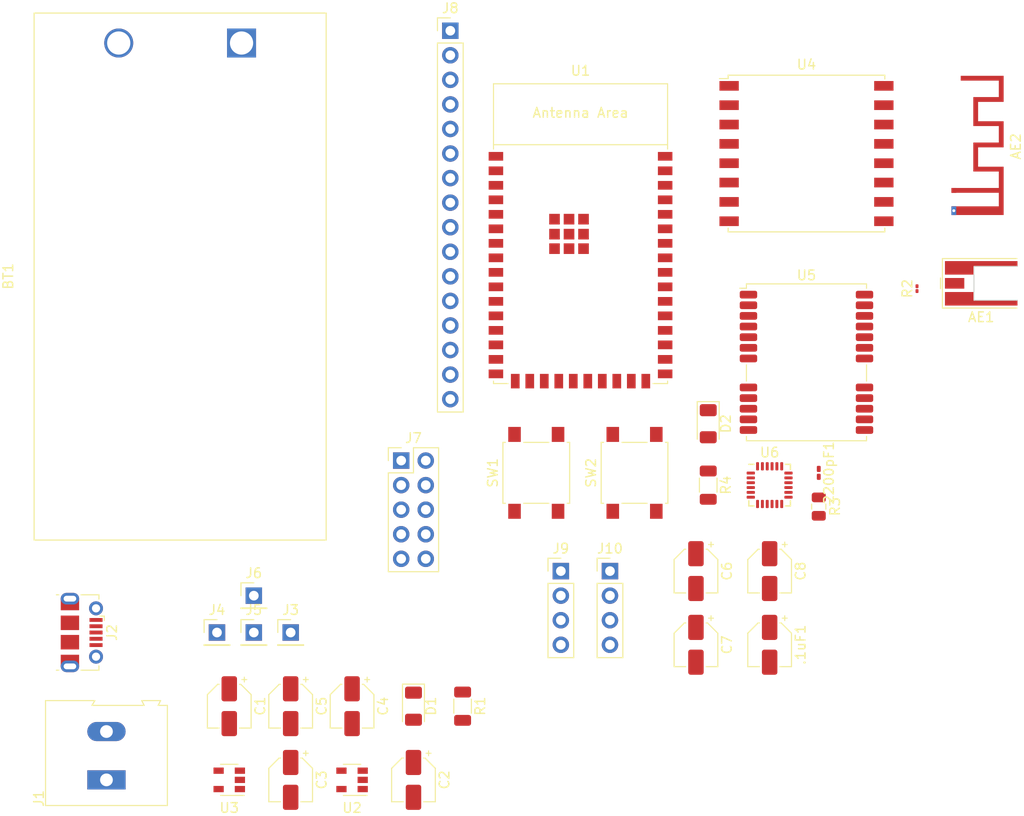
<source format=kicad_pcb>
(kicad_pcb (version 20171130) (host pcbnew "(5.1.9)-1")

  (general
    (thickness 1.6)
    (drawings 0)
    (tracks 0)
    (zones 0)
    (modules 37)
    (nets 77)
  )

  (page A4)
  (layers
    (0 F.Cu signal)
    (31 B.Cu signal)
    (32 B.Adhes user)
    (33 F.Adhes user)
    (34 B.Paste user)
    (35 F.Paste user)
    (36 B.SilkS user)
    (37 F.SilkS user)
    (38 B.Mask user)
    (39 F.Mask user)
    (40 Dwgs.User user)
    (41 Cmts.User user)
    (42 Eco1.User user)
    (43 Eco2.User user)
    (44 Edge.Cuts user)
    (45 Margin user)
    (46 B.CrtYd user)
    (47 F.CrtYd user)
    (48 B.Fab user)
    (49 F.Fab user)
  )

  (setup
    (last_trace_width 0.25)
    (trace_clearance 0.2)
    (zone_clearance 0.508)
    (zone_45_only no)
    (trace_min 0.2)
    (via_size 0.8)
    (via_drill 0.4)
    (via_min_size 0.4)
    (via_min_drill 0.3)
    (uvia_size 0.3)
    (uvia_drill 0.1)
    (uvias_allowed no)
    (uvia_min_size 0.2)
    (uvia_min_drill 0.1)
    (edge_width 0.05)
    (segment_width 0.2)
    (pcb_text_width 0.3)
    (pcb_text_size 1.5 1.5)
    (mod_edge_width 0.12)
    (mod_text_size 1 1)
    (mod_text_width 0.15)
    (pad_size 1.524 1.524)
    (pad_drill 0.762)
    (pad_to_mask_clearance 0)
    (aux_axis_origin 0 0)
    (visible_elements FFFFFF7F)
    (pcbplotparams
      (layerselection 0x010fc_ffffffff)
      (usegerberextensions false)
      (usegerberattributes true)
      (usegerberadvancedattributes true)
      (creategerberjobfile true)
      (excludeedgelayer true)
      (linewidth 0.100000)
      (plotframeref false)
      (viasonmask false)
      (mode 1)
      (useauxorigin false)
      (hpglpennumber 1)
      (hpglpenspeed 20)
      (hpglpendiameter 15.000000)
      (psnegative false)
      (psa4output false)
      (plotreference true)
      (plotvalue true)
      (plotinvisibletext false)
      (padsonsilk false)
      (subtractmaskfromsilk false)
      (outputformat 1)
      (mirror false)
      (drillshape 1)
      (scaleselection 1)
      (outputdirectory ""))
  )

  (net 0 "")
  (net 1 GND)
  (net 2 /3.3V)
  (net 3 "Net-(2200pF1-Pad1)")
  (net 4 "Net-(AE1-Pad1)")
  (net 5 "Net-(AE2-Pad1)")
  (net 6 "Net-(BT1-Pad1)")
  (net 7 /VPP_SEL)
  (net 8 "Net-(C2-Pad1)")
  (net 9 "Net-(C3-Pad1)")
  (net 10 /5V)
  (net 11 /BOOT)
  (net 12 /RST)
  (net 13 /REGOUT)
  (net 14 "Net-(D1-Pad2)")
  (net 15 "Net-(D2-Pad2)")
  (net 16 /GPIO45)
  (net 17 "Net-(J1-Pad2)")
  (net 18 /D+)
  (net 19 "Net-(J2-Pad4)")
  (net 20 /VBUS)
  (net 21 /D-)
  (net 22 /MTDI)
  (net 23 "Net-(J7-Pad7)")
  (net 24 /MTDO)
  (net 25 /MTCK)
  (net 26 /MTMS)
  (net 27 /GPIO17)
  (net 28 /GPIO18)
  (net 29 /GPIO13)
  (net 30 /GPIO12)
  (net 31 /GPIO11)
  (net 32 /GPIO10)
  (net 33 /GPIO9)
  (net 34 /GPIO8)
  (net 35 /GPIO7)
  (net 36 /GPIO6)
  (net 37 /GPIO5)
  (net 38 /GPIO4)
  (net 39 /GPIO3)
  (net 40 /GPIO2)
  (net 41 /GPIO1)
  (net 42 /GPIO0)
  (net 43 /SS1)
  (net 44 /SS0)
  (net 45 /MISO)
  (net 46 /MOSI)
  (net 47 /SCL)
  (net 48 /SDA)
  (net 49 "Net-(R2-Pad1)")
  (net 50 "Net-(R3-Pad1)")
  (net 51 /RFDIO0)
  (net 52 /GPSRX)
  (net 53 /GPSTX)
  (net 54 /SCK)
  (net 55 /IPPS)
  (net 56 /ACCINT)
  (net 57 "Net-(U4-Pad16)")
  (net 58 "Net-(U4-Pad15)")
  (net 59 "Net-(U4-Pad12)")
  (net 60 "Net-(U4-Pad11)")
  (net 61 "Net-(U4-Pad7)")
  (net 62 "Net-(U5-Pad22)")
  (net 63 "Net-(U5-Pad19)")
  (net 64 "Net-(U5-Pad18)")
  (net 65 "Net-(U5-Pad17)")
  (net 66 "Net-(U5-Pad16)")
  (net 67 "Net-(U5-Pad15)")
  (net 68 "Net-(U5-Pad14)")
  (net 69 "Net-(U5-Pad8)")
  (net 70 "Net-(U5-Pad7)")
  (net 71 "Net-(U5-Pad6)")
  (net 72 "Net-(U5-Pad5)")
  (net 73 "Net-(U5-Pad4)")
  (net 74 "Net-(U5-Pad2)")
  (net 75 "Net-(U6-Pad7)")
  (net 76 "Net-(U6-Pad6)")

  (net_class Default "This is the default net class."
    (clearance 0.2)
    (trace_width 0.25)
    (via_dia 0.8)
    (via_drill 0.4)
    (uvia_dia 0.3)
    (uvia_drill 0.1)
    (add_net /3.3V)
    (add_net /5V)
    (add_net /ACCINT)
    (add_net /BOOT)
    (add_net /D+)
    (add_net /D-)
    (add_net /GPIO0)
    (add_net /GPIO1)
    (add_net /GPIO10)
    (add_net /GPIO11)
    (add_net /GPIO12)
    (add_net /GPIO13)
    (add_net /GPIO17)
    (add_net /GPIO18)
    (add_net /GPIO2)
    (add_net /GPIO3)
    (add_net /GPIO4)
    (add_net /GPIO45)
    (add_net /GPIO5)
    (add_net /GPIO6)
    (add_net /GPIO7)
    (add_net /GPIO8)
    (add_net /GPIO9)
    (add_net /GPSRX)
    (add_net /GPSTX)
    (add_net /IPPS)
    (add_net /MISO)
    (add_net /MOSI)
    (add_net /MTCK)
    (add_net /MTDI)
    (add_net /MTDO)
    (add_net /MTMS)
    (add_net /REGOUT)
    (add_net /RFDIO0)
    (add_net /RST)
    (add_net /SCK)
    (add_net /SCL)
    (add_net /SDA)
    (add_net /SS0)
    (add_net /SS1)
    (add_net /VBUS)
    (add_net /VPP_SEL)
    (add_net GND)
    (add_net "Net-(2200pF1-Pad1)")
    (add_net "Net-(AE1-Pad1)")
    (add_net "Net-(AE2-Pad1)")
    (add_net "Net-(BT1-Pad1)")
    (add_net "Net-(C2-Pad1)")
    (add_net "Net-(C3-Pad1)")
    (add_net "Net-(D1-Pad2)")
    (add_net "Net-(D2-Pad2)")
    (add_net "Net-(J1-Pad2)")
    (add_net "Net-(J2-Pad4)")
    (add_net "Net-(J7-Pad7)")
    (add_net "Net-(R2-Pad1)")
    (add_net "Net-(R3-Pad1)")
    (add_net "Net-(U4-Pad11)")
    (add_net "Net-(U4-Pad12)")
    (add_net "Net-(U4-Pad15)")
    (add_net "Net-(U4-Pad16)")
    (add_net "Net-(U4-Pad7)")
    (add_net "Net-(U5-Pad14)")
    (add_net "Net-(U5-Pad15)")
    (add_net "Net-(U5-Pad16)")
    (add_net "Net-(U5-Pad17)")
    (add_net "Net-(U5-Pad18)")
    (add_net "Net-(U5-Pad19)")
    (add_net "Net-(U5-Pad2)")
    (add_net "Net-(U5-Pad22)")
    (add_net "Net-(U5-Pad4)")
    (add_net "Net-(U5-Pad5)")
    (add_net "Net-(U5-Pad6)")
    (add_net "Net-(U5-Pad7)")
    (add_net "Net-(U5-Pad8)")
    (add_net "Net-(U6-Pad6)")
    (add_net "Net-(U6-Pad7)")
  )

  (module Sensor_Motion:InvenSense_QFN-24_4x4mm_P0.5mm (layer F.Cu) (tedit 5B5A6D8E) (tstamp 62DFF7A9)
    (at 146.05 67.31)
    (descr "24-Lead Plastic QFN (4mm x 4mm); Pitch 0.5mm; EP 2.7x2.6mm; for InvenSense motion sensors; keepout area marked (Package see: https://store.invensense.com/datasheets/invensense/MPU-6050_DataSheet_V3%204.pdf; See also https://www.invensense.com/wp-content/uploads/2015/02/InvenSense-MEMS-Handling.pdf)")
    (tags "QFN 0.5")
    (path /62DCAB28)
    (attr smd)
    (fp_text reference U6 (at 0 -3.375) (layer F.SilkS)
      (effects (font (size 1 1) (thickness 0.15)))
    )
    (fp_text value MPU-6050 (at 0 3.375) (layer F.Fab)
      (effects (font (size 1 1) (thickness 0.15)))
    )
    (fp_text user Component (at 0 0.55) (layer Cmts.User)
      (effects (font (size 0.2 0.2) (thickness 0.04)))
    )
    (fp_text user "Directly Below" (at 0 0.25) (layer Cmts.User)
      (effects (font (size 0.2 0.2) (thickness 0.04)))
    )
    (fp_text user "No Copper" (at 0 -0.1) (layer Cmts.User)
      (effects (font (size 0.2 0.2) (thickness 0.04)))
    )
    (fp_text user KEEPOUT (at 0 -0.5) (layer Cmts.User)
      (effects (font (size 0.2 0.2) (thickness 0.04)))
    )
    (fp_text user %R (at 0 0) (layer F.Fab)
      (effects (font (size 1 1) (thickness 0.15)))
    )
    (fp_line (start -1 -2) (end 2 -2) (layer F.Fab) (width 0.15))
    (fp_line (start 2 -2) (end 2 2) (layer F.Fab) (width 0.15))
    (fp_line (start 2 2) (end -2 2) (layer F.Fab) (width 0.15))
    (fp_line (start -2 2) (end -2 -1) (layer F.Fab) (width 0.15))
    (fp_line (start -2 -1) (end -1 -2) (layer F.Fab) (width 0.15))
    (fp_line (start -2.65 -2.65) (end -2.65 2.65) (layer F.CrtYd) (width 0.05))
    (fp_line (start 2.65 -2.65) (end 2.65 2.65) (layer F.CrtYd) (width 0.05))
    (fp_line (start -2.65 -2.65) (end 2.65 -2.65) (layer F.CrtYd) (width 0.05))
    (fp_line (start -2.65 2.65) (end 2.65 2.65) (layer F.CrtYd) (width 0.05))
    (fp_line (start 2.15 -2.15) (end 2.15 -1.625) (layer F.SilkS) (width 0.15))
    (fp_line (start -2.15 2.15) (end -2.15 1.625) (layer F.SilkS) (width 0.15))
    (fp_line (start 2.15 2.15) (end 2.15 1.625) (layer F.SilkS) (width 0.15))
    (fp_line (start -2.15 -2.15) (end -1.625 -2.15) (layer F.SilkS) (width 0.15))
    (fp_line (start -2.15 2.15) (end -1.625 2.15) (layer F.SilkS) (width 0.15))
    (fp_line (start 2.15 2.15) (end 1.625 2.15) (layer F.SilkS) (width 0.15))
    (fp_line (start 2.15 -2.15) (end 1.625 -2.15) (layer F.SilkS) (width 0.15))
    (fp_line (start 1.375 1.325) (end 1.375 -1.325) (layer Dwgs.User) (width 0.05))
    (fp_line (start -1.375 1.325) (end -1.375 -1.325) (layer Dwgs.User) (width 0.05))
    (fp_line (start 1.375 -1.325) (end -1.375 -1.325) (layer Dwgs.User) (width 0.05))
    (fp_line (start 1.375 1.325) (end -1.375 1.325) (layer Dwgs.User) (width 0.05))
    (fp_line (start 1.375 0.825) (end 0.875 1.325) (layer Dwgs.User) (width 0.05))
    (fp_line (start 1.375 0.325) (end 0.375 1.325) (layer Dwgs.User) (width 0.05))
    (fp_line (start 1.375 -0.175) (end -0.125 1.325) (layer Dwgs.User) (width 0.05))
    (fp_line (start 1.375 -0.675) (end -0.625 1.325) (layer Dwgs.User) (width 0.05))
    (fp_line (start 1.375 -1.175) (end -1.125 1.325) (layer Dwgs.User) (width 0.05))
    (fp_line (start 1.025 -1.325) (end -1.375 1.075) (layer Dwgs.User) (width 0.05))
    (fp_line (start 0.525 -1.325) (end -1.375 0.575) (layer Dwgs.User) (width 0.05))
    (fp_line (start 0.025 -1.325) (end -1.375 0.075) (layer Dwgs.User) (width 0.05))
    (fp_line (start -0.475 -1.325) (end -1.375 -0.425) (layer Dwgs.User) (width 0.05))
    (fp_line (start -0.975 -1.325) (end -1.375 -0.925) (layer Dwgs.User) (width 0.05))
    (pad 24 smd roundrect (at -1.25 -1.95 90) (size 0.85 0.3) (layers F.Cu F.Paste F.Mask) (roundrect_rratio 0.25)
      (net 48 /SDA))
    (pad 23 smd roundrect (at -0.75 -1.95 90) (size 0.85 0.3) (layers F.Cu F.Paste F.Mask) (roundrect_rratio 0.25)
      (net 47 /SCL))
    (pad 22 smd roundrect (at -0.25 -1.95 90) (size 0.85 0.3) (layers F.Cu F.Paste F.Mask) (roundrect_rratio 0.25))
    (pad 21 smd roundrect (at 0.25 -1.95 90) (size 0.85 0.3) (layers F.Cu F.Paste F.Mask) (roundrect_rratio 0.25))
    (pad 20 smd roundrect (at 0.75 -1.95 90) (size 0.85 0.3) (layers F.Cu F.Paste F.Mask) (roundrect_rratio 0.25)
      (net 3 "Net-(2200pF1-Pad1)"))
    (pad 19 smd roundrect (at 1.25 -1.95 90) (size 0.85 0.3) (layers F.Cu F.Paste F.Mask) (roundrect_rratio 0.25))
    (pad 18 smd roundrect (at 1.95 -1.25) (size 0.85 0.3) (layers F.Cu F.Paste F.Mask) (roundrect_rratio 0.25)
      (net 1 GND))
    (pad 17 smd roundrect (at 1.95 -0.75) (size 0.85 0.3) (layers F.Cu F.Paste F.Mask) (roundrect_rratio 0.25))
    (pad 16 smd roundrect (at 1.95 -0.25) (size 0.85 0.3) (layers F.Cu F.Paste F.Mask) (roundrect_rratio 0.25))
    (pad 15 smd roundrect (at 1.95 0.25) (size 0.85 0.3) (layers F.Cu F.Paste F.Mask) (roundrect_rratio 0.25))
    (pad 14 smd roundrect (at 1.95 0.75) (size 0.85 0.3) (layers F.Cu F.Paste F.Mask) (roundrect_rratio 0.25))
    (pad 13 smd roundrect (at 1.95 1.25) (size 0.85 0.3) (layers F.Cu F.Paste F.Mask) (roundrect_rratio 0.25)
      (net 2 /3.3V))
    (pad 12 smd roundrect (at 1.25 1.95 90) (size 0.85 0.3) (layers F.Cu F.Paste F.Mask) (roundrect_rratio 0.25)
      (net 56 /ACCINT))
    (pad 11 smd roundrect (at 0.75 1.95 90) (size 0.85 0.3) (layers F.Cu F.Paste F.Mask) (roundrect_rratio 0.25)
      (net 1 GND))
    (pad 10 smd roundrect (at 0.25 1.95 90) (size 0.85 0.3) (layers F.Cu F.Paste F.Mask) (roundrect_rratio 0.25)
      (net 13 /REGOUT))
    (pad 9 smd roundrect (at -0.25 1.95 90) (size 0.85 0.3) (layers F.Cu F.Paste F.Mask) (roundrect_rratio 0.25)
      (net 50 "Net-(R3-Pad1)"))
    (pad 8 smd roundrect (at -0.75 1.95 90) (size 0.85 0.3) (layers F.Cu F.Paste F.Mask) (roundrect_rratio 0.25)
      (net 2 /3.3V))
    (pad 7 smd roundrect (at -1.25 1.95 90) (size 0.85 0.3) (layers F.Cu F.Paste F.Mask) (roundrect_rratio 0.25)
      (net 75 "Net-(U6-Pad7)"))
    (pad 6 smd roundrect (at -1.95 1.25) (size 0.85 0.3) (layers F.Cu F.Paste F.Mask) (roundrect_rratio 0.25)
      (net 76 "Net-(U6-Pad6)"))
    (pad 5 smd roundrect (at -1.95 0.75) (size 0.85 0.3) (layers F.Cu F.Paste F.Mask) (roundrect_rratio 0.25))
    (pad 4 smd roundrect (at -1.95 0.25) (size 0.85 0.3) (layers F.Cu F.Paste F.Mask) (roundrect_rratio 0.25))
    (pad 3 smd roundrect (at -1.95 -0.25) (size 0.85 0.3) (layers F.Cu F.Paste F.Mask) (roundrect_rratio 0.25))
    (pad 2 smd roundrect (at -1.95 -0.75) (size 0.85 0.3) (layers F.Cu F.Paste F.Mask) (roundrect_rratio 0.25))
    (pad 1 smd roundrect (at -1.95 -1.25) (size 0.85 0.3) (layers F.Cu F.Paste F.Mask) (roundrect_rratio 0.25)
      (net 1 GND))
    (model ${KISYS3DMOD}/Package_DFN_QFN.3dshapes/QFN-24-1EP_4x4mm_P0.5mm_EP2.7x2.6mm.wrl
      (at (xyz 0 0 0))
      (scale (xyz 1 1 1))
      (rotate (xyz 0 0 0))
    )
  )

  (module RF_GPS:ublox_NEO (layer F.Cu) (tedit 5E9E8DCC) (tstamp 62DFF76A)
    (at 149.86 54.61)
    (descr "ublox NEO 6/7/8, (https://www.u-blox.com/sites/default/files/NEO-8Q-NEO-M8-FW3_HardwareIntegrationManual_%28UBX-15029985%29_0.pdf)")
    (tags "GPS ublox NEO 6/7/8")
    (path /62DCA1B5)
    (attr smd)
    (fp_text reference U5 (at 0 -9) (layer F.SilkS)
      (effects (font (size 1 1) (thickness 0.15)))
    )
    (fp_text value NEO-6M-GPS (at 0 0.8) (layer F.Fab)
      (effects (font (size 1 1) (thickness 0.15)))
    )
    (fp_text user %R (at 0 -0.8) (layer F.Fab)
      (effects (font (size 1 1) (thickness 0.15)))
    )
    (fp_line (start -5.1 -8) (end 6.1 -8) (layer F.Fab) (width 0.1))
    (fp_line (start 6.1 -8) (end 6.1 8) (layer F.Fab) (width 0.1))
    (fp_line (start -6.1 8) (end 6.1 8) (layer F.Fab) (width 0.1))
    (fp_line (start -6.1 -7) (end -6.1 8) (layer F.Fab) (width 0.1))
    (fp_line (start -6.21 0.26) (end -6.21 1.94) (layer F.SilkS) (width 0.12))
    (fp_line (start 6.21 0.26) (end 6.21 1.94) (layer F.SilkS) (width 0.12))
    (fp_line (start -6.21 8.11) (end 6.21 8.11) (layer F.SilkS) (width 0.12))
    (fp_line (start -6.21 -8.11) (end 6.21 -8.11) (layer F.SilkS) (width 0.12))
    (fp_line (start -6.21 7.66) (end -6.21 8.11) (layer F.SilkS) (width 0.12))
    (fp_line (start 6.21 -8.11) (end 6.21 -7.66) (layer F.SilkS) (width 0.12))
    (fp_line (start -7.15 -8.25) (end -7.15 8.25) (layer F.CrtYd) (width 0.05))
    (fp_line (start -7.15 -8.25) (end 7.15 -8.25) (layer F.CrtYd) (width 0.05))
    (fp_line (start 7.15 -8.25) (end 7.15 8.25) (layer F.CrtYd) (width 0.05))
    (fp_line (start -7.15 8.25) (end 7.15 8.25) (layer F.CrtYd) (width 0.05))
    (fp_line (start 6.21 7.66) (end 6.21 8.1) (layer F.SilkS) (width 0.12))
    (fp_line (start -5.1 -8) (end -6.1 -7) (layer F.Fab) (width 0.1))
    (fp_line (start -6.21 -8.11) (end -6.21 -7.66) (layer F.SilkS) (width 0.12))
    (fp_line (start -6.9 -7.66) (end -6.21 -7.66) (layer F.SilkS) (width 0.12))
    (pad 24 smd roundrect (at 6 -7) (size 1.8 0.8) (layers F.Cu F.Paste F.Mask) (roundrect_rratio 0.25)
      (net 1 GND))
    (pad 23 smd roundrect (at 6 -5.9) (size 1.8 0.8) (layers F.Cu F.Paste F.Mask) (roundrect_rratio 0.25)
      (net 2 /3.3V))
    (pad 22 smd roundrect (at 6 -4.8) (size 1.8 0.8) (layers F.Cu F.Paste F.Mask) (roundrect_rratio 0.25)
      (net 62 "Net-(U5-Pad22)"))
    (pad 21 smd roundrect (at 6 -3.7) (size 1.8 0.8) (layers F.Cu F.Paste F.Mask) (roundrect_rratio 0.25)
      (net 52 /GPSRX))
    (pad 20 smd roundrect (at 6 -2.6) (size 1.8 0.8) (layers F.Cu F.Paste F.Mask) (roundrect_rratio 0.25)
      (net 53 /GPSTX))
    (pad 19 smd roundrect (at 6 -1.5) (size 1.8 0.8) (layers F.Cu F.Paste F.Mask) (roundrect_rratio 0.25)
      (net 63 "Net-(U5-Pad19)"))
    (pad 18 smd roundrect (at 6 -0.4) (size 1.8 0.8) (layers F.Cu F.Paste F.Mask) (roundrect_rratio 0.25)
      (net 64 "Net-(U5-Pad18)"))
    (pad 17 smd roundrect (at 6 2.6) (size 1.8 0.8) (layers F.Cu F.Paste F.Mask) (roundrect_rratio 0.25)
      (net 65 "Net-(U5-Pad17)"))
    (pad 16 smd roundrect (at 6 3.7) (size 1.8 0.8) (layers F.Cu F.Paste F.Mask) (roundrect_rratio 0.25)
      (net 66 "Net-(U5-Pad16)"))
    (pad 15 smd roundrect (at 6 4.8) (size 1.8 0.8) (layers F.Cu F.Paste F.Mask) (roundrect_rratio 0.25)
      (net 67 "Net-(U5-Pad15)"))
    (pad 14 smd roundrect (at 6 5.9) (size 1.8 0.8) (layers F.Cu F.Paste F.Mask) (roundrect_rratio 0.25)
      (net 68 "Net-(U5-Pad14)"))
    (pad 13 smd roundrect (at 6 7) (size 1.8 0.8) (layers F.Cu F.Paste F.Mask) (roundrect_rratio 0.25)
      (net 1 GND))
    (pad 12 smd roundrect (at -6 7) (size 1.8 0.8) (layers F.Cu F.Paste F.Mask) (roundrect_rratio 0.25)
      (net 1 GND))
    (pad 11 smd roundrect (at -6 5.9) (size 1.8 0.8) (layers F.Cu F.Paste F.Mask) (roundrect_rratio 0.25)
      (net 49 "Net-(R2-Pad1)"))
    (pad 10 smd roundrect (at -6 4.8) (size 1.8 0.8) (layers F.Cu F.Paste F.Mask) (roundrect_rratio 0.25)
      (net 1 GND))
    (pad 9 smd roundrect (at -6 3.7) (size 1.8 0.8) (layers F.Cu F.Paste F.Mask) (roundrect_rratio 0.25)
      (net 69 "Net-(U5-Pad8)"))
    (pad 8 smd roundrect (at -6 2.6) (size 1.8 0.8) (layers F.Cu F.Paste F.Mask) (roundrect_rratio 0.25)
      (net 69 "Net-(U5-Pad8)"))
    (pad 7 smd roundrect (at -6 -0.4) (size 1.8 0.8) (layers F.Cu F.Paste F.Mask) (roundrect_rratio 0.25)
      (net 70 "Net-(U5-Pad7)"))
    (pad 6 smd roundrect (at -6 -1.5) (size 1.8 0.8) (layers F.Cu F.Paste F.Mask) (roundrect_rratio 0.25)
      (net 71 "Net-(U5-Pad6)"))
    (pad 5 smd roundrect (at -6 -2.6) (size 1.8 0.8) (layers F.Cu F.Paste F.Mask) (roundrect_rratio 0.25)
      (net 72 "Net-(U5-Pad5)"))
    (pad 4 smd roundrect (at -6 -3.7) (size 1.8 0.8) (layers F.Cu F.Paste F.Mask) (roundrect_rratio 0.25)
      (net 73 "Net-(U5-Pad4)"))
    (pad 3 smd roundrect (at -6 -4.8) (size 1.8 0.8) (layers F.Cu F.Paste F.Mask) (roundrect_rratio 0.25)
      (net 55 /IPPS))
    (pad 2 smd roundrect (at -6 -5.9) (size 1.8 0.8) (layers F.Cu F.Paste F.Mask) (roundrect_rratio 0.25)
      (net 74 "Net-(U5-Pad2)"))
    (pad 1 smd roundrect (at -6 -7) (size 1.8 0.8) (layers F.Cu F.Paste F.Mask) (roundrect_rratio 0.25))
    (model ${KISYS3DMOD}/RF_GPS.3dshapes/ublox_NEO.wrl
      (at (xyz 0 0 0))
      (scale (xyz 1 1 1))
      (rotate (xyz 0 0 0))
    )
  )

  (module RF_Module:HOPERF_RFM9XW_SMD (layer F.Cu) (tedit 5C227243) (tstamp 62DFF73B)
    (at 149.86 33.02)
    (descr "Low Power Long Range Transceiver Module SMD-16 (https://www.hoperf.com/data/upload/portal/20181127/5bfcbea20e9ef.pdf)")
    (tags "LoRa Low Power Long Range Transceiver Module")
    (path /62DCBBE1)
    (attr smd)
    (fp_text reference U4 (at 0 -9.2) (layer F.SilkS)
      (effects (font (size 1 1) (thickness 0.15)))
    )
    (fp_text value RFM69HCW (at 0 9.5) (layer F.Fab)
      (effects (font (size 1 1) (thickness 0.15)))
    )
    (fp_text user %R (at 0 0) (layer F.Fab)
      (effects (font (size 1 1) (thickness 0.15)))
    )
    (fp_line (start -7 -8) (end 8 -8) (layer F.Fab) (width 0.1))
    (fp_line (start 8 8) (end 8 -8) (layer F.Fab) (width 0.1))
    (fp_line (start -8 8) (end 8 8) (layer F.Fab) (width 0.1))
    (fp_line (start -8 8) (end -8 -7) (layer F.Fab) (width 0.1))
    (fp_line (start -9.25 -8.25) (end 9.25 -8.25) (layer F.CrtYd) (width 0.05))
    (fp_line (start 9.25 -8.25) (end 9.25 8.25) (layer F.CrtYd) (width 0.05))
    (fp_line (start -9.25 8.25) (end 9.25 8.25) (layer F.CrtYd) (width 0.05))
    (fp_line (start -9.25 8.25) (end -9.25 -8.25) (layer F.CrtYd) (width 0.05))
    (fp_line (start -8.1 -8.1) (end 8.1 -8.1) (layer F.SilkS) (width 0.12))
    (fp_line (start 8.1 -8.1) (end 8.1 -7.7) (layer F.SilkS) (width 0.12))
    (fp_line (start -8.1 7.7) (end -8.1 8.1) (layer F.SilkS) (width 0.12))
    (fp_line (start -8.1 8.1) (end 8.1 8.1) (layer F.SilkS) (width 0.12))
    (fp_line (start 8.1 8.1) (end 8.1 7.7) (layer F.SilkS) (width 0.12))
    (fp_line (start -8.1 -8.1) (end -8.1 -7.75) (layer F.SilkS) (width 0.12))
    (fp_line (start -8.1 -7.75) (end -9 -7.75) (layer F.SilkS) (width 0.12))
    (fp_line (start -7 -8) (end -8 -7) (layer F.Fab) (width 0.1))
    (pad 16 smd rect (at 8 -7) (size 2 1) (layers F.Cu F.Paste F.Mask)
      (net 57 "Net-(U4-Pad16)"))
    (pad 15 smd rect (at 8 -5) (size 2 1) (layers F.Cu F.Paste F.Mask)
      (net 58 "Net-(U4-Pad15)"))
    (pad 14 smd rect (at 8 -3) (size 2 1) (layers F.Cu F.Paste F.Mask)
      (net 51 /RFDIO0))
    (pad 13 smd rect (at 8 -1) (size 2 1) (layers F.Cu F.Paste F.Mask)
      (net 2 /3.3V))
    (pad 12 smd rect (at 8 1) (size 2 1) (layers F.Cu F.Paste F.Mask)
      (net 59 "Net-(U4-Pad12)"))
    (pad 11 smd rect (at 8 3) (size 2 1) (layers F.Cu F.Paste F.Mask)
      (net 60 "Net-(U4-Pad11)"))
    (pad 10 smd rect (at 8 5) (size 2 1) (layers F.Cu F.Paste F.Mask)
      (net 1 GND))
    (pad 9 smd rect (at 8 7) (size 2 1) (layers F.Cu F.Paste F.Mask)
      (net 5 "Net-(AE2-Pad1)"))
    (pad 8 smd rect (at -8 7) (size 2 1) (layers F.Cu F.Paste F.Mask)
      (net 1 GND))
    (pad 7 smd rect (at -8 5) (size 2 1) (layers F.Cu F.Paste F.Mask)
      (net 61 "Net-(U4-Pad7)"))
    (pad 6 smd rect (at -8 3) (size 2 1) (layers F.Cu F.Paste F.Mask)
      (net 1 GND))
    (pad 5 smd rect (at -8 1) (size 2 1) (layers F.Cu F.Paste F.Mask)
      (net 44 /SS0))
    (pad 4 smd rect (at -8 -1) (size 2 1) (layers F.Cu F.Paste F.Mask)
      (net 54 /SCK))
    (pad 3 smd rect (at -8 -3) (size 2 1) (layers F.Cu F.Paste F.Mask)
      (net 46 /MOSI))
    (pad 2 smd rect (at -8 -5) (size 2 1) (layers F.Cu F.Paste F.Mask)
      (net 45 /MISO))
    (pad 1 smd rect (at -8 -7) (size 2 1) (layers F.Cu F.Paste F.Mask)
      (net 1 GND))
    (model ${KISYS3DMOD}/RF_Module.3dshapes/HOPERF_RFM9XW_SMD.wrl
      (at (xyz 0 0 0))
      (scale (xyz 1 1 1))
      (rotate (xyz 0 0 0))
    )
  )

  (module Package_TO_SOT_SMD:SOT-23-5 (layer F.Cu) (tedit 5A02FF57) (tstamp 62DFF716)
    (at 90.17 97.79 180)
    (descr "5-pin SOT23 package")
    (tags SOT-23-5)
    (path /62DCC168)
    (attr smd)
    (fp_text reference U3 (at 0 -2.9) (layer F.SilkS)
      (effects (font (size 1 1) (thickness 0.15)))
    )
    (fp_text value MIC5219-5.0YM5 (at 0 2.9) (layer F.Fab)
      (effects (font (size 1 1) (thickness 0.15)))
    )
    (fp_text user %R (at 0 0 90) (layer F.Fab)
      (effects (font (size 0.5 0.5) (thickness 0.075)))
    )
    (fp_line (start -0.9 1.61) (end 0.9 1.61) (layer F.SilkS) (width 0.12))
    (fp_line (start 0.9 -1.61) (end -1.55 -1.61) (layer F.SilkS) (width 0.12))
    (fp_line (start -1.9 -1.8) (end 1.9 -1.8) (layer F.CrtYd) (width 0.05))
    (fp_line (start 1.9 -1.8) (end 1.9 1.8) (layer F.CrtYd) (width 0.05))
    (fp_line (start 1.9 1.8) (end -1.9 1.8) (layer F.CrtYd) (width 0.05))
    (fp_line (start -1.9 1.8) (end -1.9 -1.8) (layer F.CrtYd) (width 0.05))
    (fp_line (start -0.9 -0.9) (end -0.25 -1.55) (layer F.Fab) (width 0.1))
    (fp_line (start 0.9 -1.55) (end -0.25 -1.55) (layer F.Fab) (width 0.1))
    (fp_line (start -0.9 -0.9) (end -0.9 1.55) (layer F.Fab) (width 0.1))
    (fp_line (start 0.9 1.55) (end -0.9 1.55) (layer F.Fab) (width 0.1))
    (fp_line (start 0.9 -1.55) (end 0.9 1.55) (layer F.Fab) (width 0.1))
    (pad 5 smd rect (at 1.1 -0.95 180) (size 1.06 0.65) (layers F.Cu F.Paste F.Mask)
      (net 10 /5V))
    (pad 4 smd rect (at 1.1 0.95 180) (size 1.06 0.65) (layers F.Cu F.Paste F.Mask)
      (net 9 "Net-(C3-Pad1)"))
    (pad 3 smd rect (at -1.1 0.95 180) (size 1.06 0.65) (layers F.Cu F.Paste F.Mask)
      (net 7 /VPP_SEL))
    (pad 2 smd rect (at -1.1 0 180) (size 1.06 0.65) (layers F.Cu F.Paste F.Mask)
      (net 1 GND))
    (pad 1 smd rect (at -1.1 -0.95 180) (size 1.06 0.65) (layers F.Cu F.Paste F.Mask)
      (net 7 /VPP_SEL))
    (model ${KISYS3DMOD}/Package_TO_SOT_SMD.3dshapes/SOT-23-5.wrl
      (at (xyz 0 0 0))
      (scale (xyz 1 1 1))
      (rotate (xyz 0 0 0))
    )
  )

  (module Package_TO_SOT_SMD:SOT-23-5 (layer F.Cu) (tedit 5A02FF57) (tstamp 62DFF701)
    (at 102.87 97.79 180)
    (descr "5-pin SOT23 package")
    (tags SOT-23-5)
    (path /62DCCB0D)
    (attr smd)
    (fp_text reference U2 (at 0 -2.9) (layer F.SilkS)
      (effects (font (size 1 1) (thickness 0.15)))
    )
    (fp_text value MIC5219-3.3YM5 (at 0 2.9) (layer F.Fab)
      (effects (font (size 1 1) (thickness 0.15)))
    )
    (fp_text user %R (at 0 0 90) (layer F.Fab)
      (effects (font (size 0.5 0.5) (thickness 0.075)))
    )
    (fp_line (start -0.9 1.61) (end 0.9 1.61) (layer F.SilkS) (width 0.12))
    (fp_line (start 0.9 -1.61) (end -1.55 -1.61) (layer F.SilkS) (width 0.12))
    (fp_line (start -1.9 -1.8) (end 1.9 -1.8) (layer F.CrtYd) (width 0.05))
    (fp_line (start 1.9 -1.8) (end 1.9 1.8) (layer F.CrtYd) (width 0.05))
    (fp_line (start 1.9 1.8) (end -1.9 1.8) (layer F.CrtYd) (width 0.05))
    (fp_line (start -1.9 1.8) (end -1.9 -1.8) (layer F.CrtYd) (width 0.05))
    (fp_line (start -0.9 -0.9) (end -0.25 -1.55) (layer F.Fab) (width 0.1))
    (fp_line (start 0.9 -1.55) (end -0.25 -1.55) (layer F.Fab) (width 0.1))
    (fp_line (start -0.9 -0.9) (end -0.9 1.55) (layer F.Fab) (width 0.1))
    (fp_line (start 0.9 1.55) (end -0.9 1.55) (layer F.Fab) (width 0.1))
    (fp_line (start 0.9 -1.55) (end 0.9 1.55) (layer F.Fab) (width 0.1))
    (pad 5 smd rect (at 1.1 -0.95 180) (size 1.06 0.65) (layers F.Cu F.Paste F.Mask)
      (net 2 /3.3V))
    (pad 4 smd rect (at 1.1 0.95 180) (size 1.06 0.65) (layers F.Cu F.Paste F.Mask)
      (net 8 "Net-(C2-Pad1)"))
    (pad 3 smd rect (at -1.1 0.95 180) (size 1.06 0.65) (layers F.Cu F.Paste F.Mask)
      (net 7 /VPP_SEL))
    (pad 2 smd rect (at -1.1 0 180) (size 1.06 0.65) (layers F.Cu F.Paste F.Mask)
      (net 1 GND))
    (pad 1 smd rect (at -1.1 -0.95 180) (size 1.06 0.65) (layers F.Cu F.Paste F.Mask)
      (net 7 /VPP_SEL))
    (model ${KISYS3DMOD}/Package_TO_SOT_SMD.3dshapes/SOT-23-5.wrl
      (at (xyz 0 0 0))
      (scale (xyz 1 1 1))
      (rotate (xyz 0 0 0))
    )
  )

  (module Espressif:ESP32-S2-WROVER (layer F.Cu) (tedit 60F56BBA) (tstamp 62DFF6EC)
    (at 126.495 44.455)
    (descr "ESP32-S2-WROVER and ESP32-S2-WROVER-I: https://www.espressif.com/sites/default/files/documentation/esp32-s2-wrover_esp32-s2-wrover-i_datasheet_en.pdf")
    (tags ESP32-S2)
    (path /62DC8643)
    (attr smd)
    (fp_text reference U1 (at 0 -20) (layer F.SilkS)
      (effects (font (size 1 1) (thickness 0.15)))
    )
    (fp_text value ESP32-S2-WROVER (at 0 13.97) (layer F.Fab)
      (effects (font (size 1 1) (thickness 0.15)))
    )
    (fp_text user "Antenna Area" (at 0 -15.65) (layer F.SilkS)
      (effects (font (size 1 1) (thickness 0.15)))
    )
    (fp_text user "Antenna Area" (at 0 -15.65) (layer Eco2.User)
      (effects (font (size 1 1) (thickness 0.15)))
    )
    (fp_text user REF** (at 0 0) (layer F.Fab)
      (effects (font (size 1 1) (thickness 0.15)))
    )
    (fp_line (start 9 12.35) (end 9 12.1) (layer F.SilkS) (width 0.12))
    (fp_line (start -9 12.35) (end -9 12.1) (layer F.SilkS) (width 0.12))
    (fp_line (start 9 -18.65) (end 9 -11.9) (layer F.SilkS) (width 0.12))
    (fp_line (start -9 -18.65) (end -9 -11.9) (layer F.SilkS) (width 0.12))
    (fp_line (start -9.8 13) (end 9.8 13) (layer F.CrtYd) (width 0.12))
    (fp_line (start -9.8 -19) (end 9.8 -19) (layer F.CrtYd) (width 0.12))
    (fp_line (start -9.8 -19) (end -9.8 13) (layer F.CrtYd) (width 0.12))
    (fp_line (start 9.8 -19) (end 9.8 13) (layer F.CrtYd) (width 0.12))
    (fp_line (start -9 12.35) (end -9 -18.65) (layer Eco2.User) (width 0.12))
    (fp_line (start -9 -18.65) (end 9 -18.65) (layer Eco2.User) (width 0.12))
    (fp_line (start 9 -18.65) (end 9 12.35) (layer Eco2.User) (width 0.12))
    (fp_line (start 9 12.35) (end -9 12.35) (layer Eco2.User) (width 0.12))
    (fp_line (start -9 -12.35) (end 9 -12.35) (layer Eco2.User) (width 0.12))
    (fp_line (start -9 -18.65) (end 9 -18.65) (layer F.SilkS) (width 0.12))
    (fp_line (start 9 -12.35) (end -9 -12.35) (layer F.SilkS) (width 0.12))
    (fp_line (start -9 12.35) (end -7.5 12.35) (layer F.SilkS) (width 0.12))
    (fp_line (start 9 12.35) (end 7.5 12.35) (layer F.SilkS) (width 0.12))
    (pad 43 smd rect (at -2.69 -4.65 180) (size 1.1 1.1) (layers F.Cu F.Paste F.Mask)
      (net 1 GND))
    (pad 43 smd rect (at -2.69 -3.1 180) (size 1.1 1.1) (layers F.Cu F.Paste F.Mask)
      (net 1 GND))
    (pad 43 smd rect (at -2.69 -1.6 180) (size 1.1 1.1) (layers F.Cu F.Paste F.Mask)
      (net 1 GND))
    (pad 43 smd rect (at -1.19 -1.6 180) (size 1.1 1.1) (layers F.Cu F.Paste F.Mask)
      (net 1 GND))
    (pad 43 smd rect (at 0.31 -1.6 180) (size 1.1 1.1) (layers F.Cu F.Paste F.Mask)
      (net 1 GND))
    (pad 43 smd rect (at 0.31 -3.1 180) (size 1.1 1.1) (layers F.Cu F.Paste F.Mask)
      (net 1 GND))
    (pad 43 smd rect (at 0.31 -4.65 180) (size 1.1 1.1) (layers F.Cu F.Paste F.Mask)
      (net 1 GND))
    (pad 43 smd rect (at -1.19 -4.65 180) (size 1.1 1.1) (layers F.Cu F.Paste F.Mask)
      (net 1 GND))
    (pad 43 smd rect (at -1.19 -3.1 180) (size 1.1 1.1) (layers F.Cu F.Paste F.Mask)
      (net 1 GND))
    (pad 42 smd rect (at 8.75 -11.15 180) (size 1.5 0.9) (layers F.Cu F.Paste F.Mask)
      (net 1 GND))
    (pad 41 smd rect (at 8.75 -9.65 180) (size 1.5 0.9) (layers F.Cu F.Paste F.Mask)
      (net 12 /RST))
    (pad 40 smd rect (at 8.75 -8.15 180) (size 1.5 0.9) (layers F.Cu F.Paste F.Mask)
      (net 51 /RFDIO0))
    (pad 39 smd rect (at 8.75 -6.65 180) (size 1.5 0.9) (layers F.Cu F.Paste F.Mask)
      (net 16 /GPIO45))
    (pad 38 smd rect (at 8.75 -5.15 180) (size 1.5 0.9) (layers F.Cu F.Paste F.Mask)
      (net 52 /GPSRX))
    (pad 37 smd rect (at 8.75 -3.65 180) (size 1.5 0.9) (layers F.Cu F.Paste F.Mask)
      (net 53 /GPSTX))
    (pad 36 smd rect (at 8.75 -2.15 180) (size 1.5 0.9) (layers F.Cu F.Paste F.Mask)
      (net 26 /MTMS))
    (pad 35 smd rect (at 8.75 -0.65 180) (size 1.5 0.9) (layers F.Cu F.Paste F.Mask)
      (net 22 /MTDI))
    (pad 34 smd rect (at 8.75 0.85 180) (size 1.5 0.9) (layers F.Cu F.Paste F.Mask)
      (net 24 /MTDO))
    (pad 33 smd rect (at 8.75 2.35 180) (size 1.5 0.9) (layers F.Cu F.Paste F.Mask)
      (net 25 /MTCK))
    (pad 32 smd rect (at 8.75 3.85 180) (size 1.5 0.9) (layers F.Cu F.Paste F.Mask)
      (net 48 /SDA))
    (pad 31 smd rect (at 8.75 5.35 180) (size 1.5 0.9) (layers F.Cu F.Paste F.Mask)
      (net 47 /SCL))
    (pad 30 smd rect (at 8.75 6.85 180) (size 1.5 0.9) (layers F.Cu F.Paste F.Mask)
      (net 54 /SCK))
    (pad 29 smd rect (at 8.75 8.35 180) (size 1.5 0.9) (layers F.Cu F.Paste F.Mask)
      (net 46 /MOSI))
    (pad 28 smd rect (at 8.75 9.85 180) (size 1.5 0.9) (layers F.Cu F.Paste F.Mask)
      (net 45 /MISO))
    (pad 27 smd rect (at 8.75 11.35 180) (size 1.5 0.9) (layers F.Cu F.Paste F.Mask)
      (net 55 /IPPS))
    (pad 26 smd rect (at 6.75 12.1 90) (size 1.5 0.9) (layers F.Cu F.Paste F.Mask)
      (net 1 GND))
    (pad 25 smd rect (at 5.25 12.1 90) (size 1.5 0.9) (layers F.Cu F.Paste F.Mask)
      (net 56 /ACCINT))
    (pad 24 smd rect (at 3.75 12.1 90) (size 1.5 0.9) (layers F.Cu F.Paste F.Mask)
      (net 51 /RFDIO0))
    (pad 23 smd rect (at 2.25 12.1 90) (size 1.5 0.9) (layers F.Cu F.Paste F.Mask)
      (net 18 /D+))
    (pad 22 smd rect (at 0.75 12.1 90) (size 1.5 0.9) (layers F.Cu F.Paste F.Mask)
      (net 21 /D-))
    (pad 21 smd rect (at -0.75 12.1 90) (size 1.5 0.9) (layers F.Cu F.Paste F.Mask)
      (net 28 /GPIO18))
    (pad 20 smd rect (at -2.25 12.1 90) (size 1.5 0.9) (layers F.Cu F.Paste F.Mask)
      (net 27 /GPIO17))
    (pad 19 smd rect (at -3.75 12.1 90) (size 1.5 0.9) (layers F.Cu F.Paste F.Mask)
      (net 43 /SS1))
    (pad 18 smd rect (at -5.25 12.1 90) (size 1.5 0.9) (layers F.Cu F.Paste F.Mask)
      (net 44 /SS0))
    (pad 17 smd rect (at -6.75 12.1 90) (size 1.5 0.9) (layers F.Cu F.Paste F.Mask)
      (net 29 /GPIO13))
    (pad 1 smd rect (at -8.75 -11.15) (size 1.5 0.9) (layers F.Cu F.Paste F.Mask)
      (net 1 GND))
    (pad 2 smd rect (at -8.75 -9.65) (size 1.5 0.9) (layers F.Cu F.Paste F.Mask)
      (net 2 /3.3V))
    (pad 3 smd rect (at -8.75 -8.15) (size 1.5 0.9) (layers F.Cu F.Paste F.Mask)
      (net 11 /BOOT))
    (pad 4 smd rect (at -8.75 -6.65) (size 1.5 0.9) (layers F.Cu F.Paste F.Mask)
      (net 42 /GPIO0))
    (pad 5 smd rect (at -8.75 -5.15) (size 1.5 0.9) (layers F.Cu F.Paste F.Mask)
      (net 41 /GPIO1))
    (pad 6 smd rect (at -8.75 -3.65) (size 1.5 0.9) (layers F.Cu F.Paste F.Mask)
      (net 40 /GPIO2))
    (pad 7 smd rect (at -8.75 -2.15) (size 1.5 0.9) (layers F.Cu F.Paste F.Mask)
      (net 39 /GPIO3))
    (pad 8 smd rect (at -8.75 -0.65) (size 1.5 0.9) (layers F.Cu F.Paste F.Mask)
      (net 38 /GPIO4))
    (pad 9 smd rect (at -8.75 0.85) (size 1.5 0.9) (layers F.Cu F.Paste F.Mask)
      (net 37 /GPIO5))
    (pad 10 smd rect (at -8.75 2.35) (size 1.5 0.9) (layers F.Cu F.Paste F.Mask)
      (net 36 /GPIO6))
    (pad 11 smd rect (at -8.75 3.85) (size 1.5 0.9) (layers F.Cu F.Paste F.Mask)
      (net 35 /GPIO7))
    (pad 12 smd rect (at -8.75 5.35) (size 1.5 0.9) (layers F.Cu F.Paste F.Mask)
      (net 34 /GPIO8))
    (pad 13 smd rect (at -8.75 6.85) (size 1.5 0.9) (layers F.Cu F.Paste F.Mask)
      (net 33 /GPIO9))
    (pad 14 smd rect (at -8.75 8.35) (size 1.5 0.9) (layers F.Cu F.Paste F.Mask)
      (net 32 /GPIO10))
    (pad 15 smd rect (at -8.75 9.85) (size 1.5 0.9) (layers F.Cu F.Paste F.Mask)
      (net 31 /GPIO11))
    (pad 16 smd rect (at -8.75 11.35) (size 1.5 0.9) (layers F.Cu F.Paste F.Mask)
      (net 30 /GPIO12))
    (model ${ESPRESSIF_3DMODELS}/ESP32-S2-WROVER.STEP
      (offset (xyz -9 18.65 0))
      (scale (xyz 1 1 1))
      (rotate (xyz 0 0 0))
    )
  )

  (module Button_Switch_SMD:SW_SPST_B3S-1000 (layer F.Cu) (tedit 5A02FC95) (tstamp 62DFF689)
    (at 132.08 66.04 90)
    (descr "Surface Mount Tactile Switch for High-Density Packaging")
    (tags "Tactile Switch")
    (path /62E4AA54)
    (attr smd)
    (fp_text reference SW2 (at 0 -4.5 90) (layer F.SilkS)
      (effects (font (size 1 1) (thickness 0.15)))
    )
    (fp_text value SW_Push (at 0 4.5 90) (layer F.Fab)
      (effects (font (size 1 1) (thickness 0.15)))
    )
    (fp_text user %R (at 0 -4.5 90) (layer F.Fab)
      (effects (font (size 1 1) (thickness 0.15)))
    )
    (fp_line (start -5 3.7) (end 5 3.7) (layer F.CrtYd) (width 0.05))
    (fp_line (start 5 3.7) (end 5 -3.7) (layer F.CrtYd) (width 0.05))
    (fp_line (start 5 -3.7) (end -5 -3.7) (layer F.CrtYd) (width 0.05))
    (fp_line (start -5 -3.7) (end -5 3.7) (layer F.CrtYd) (width 0.05))
    (fp_line (start -3.15 -3.2) (end -3.15 -3.45) (layer F.SilkS) (width 0.12))
    (fp_line (start -3.15 -3.45) (end 3.15 -3.45) (layer F.SilkS) (width 0.12))
    (fp_line (start 3.15 -3.45) (end 3.15 -3.2) (layer F.SilkS) (width 0.12))
    (fp_line (start -3.15 1.3) (end -3.15 -1.3) (layer F.SilkS) (width 0.12))
    (fp_line (start 3.15 3.2) (end 3.15 3.45) (layer F.SilkS) (width 0.12))
    (fp_line (start 3.15 3.45) (end -3.15 3.45) (layer F.SilkS) (width 0.12))
    (fp_line (start -3.15 3.45) (end -3.15 3.2) (layer F.SilkS) (width 0.12))
    (fp_line (start 3.15 -1.3) (end 3.15 1.3) (layer F.SilkS) (width 0.12))
    (fp_circle (center 0 0) (end 1.65 0) (layer F.Fab) (width 0.1))
    (fp_line (start -3 -3.3) (end 3 -3.3) (layer F.Fab) (width 0.1))
    (fp_line (start 3 -3.3) (end 3 3.3) (layer F.Fab) (width 0.1))
    (fp_line (start 3 3.3) (end -3 3.3) (layer F.Fab) (width 0.1))
    (fp_line (start -3 3.3) (end -3 -3.3) (layer F.Fab) (width 0.1))
    (pad 2 smd rect (at 3.975 2.25 90) (size 1.55 1.3) (layers F.Cu F.Paste F.Mask)
      (net 12 /RST))
    (pad 2 smd rect (at -3.975 2.25 90) (size 1.55 1.3) (layers F.Cu F.Paste F.Mask)
      (net 12 /RST))
    (pad 1 smd rect (at 3.975 -2.25 90) (size 1.55 1.3) (layers F.Cu F.Paste F.Mask)
      (net 1 GND))
    (pad 1 smd rect (at -3.975 -2.25 90) (size 1.55 1.3) (layers F.Cu F.Paste F.Mask)
      (net 1 GND))
    (model ${KISYS3DMOD}/Button_Switch_SMD.3dshapes/SW_SPST_B3S-1000.wrl
      (at (xyz 0 0 0))
      (scale (xyz 1 1 1))
      (rotate (xyz 0 0 0))
    )
  )

  (module Button_Switch_SMD:SW_SPST_B3S-1000 (layer F.Cu) (tedit 5A02FC95) (tstamp 62DFF66F)
    (at 121.92 66.04 90)
    (descr "Surface Mount Tactile Switch for High-Density Packaging")
    (tags "Tactile Switch")
    (path /62DDCB28)
    (attr smd)
    (fp_text reference SW1 (at 0 -4.5 90) (layer F.SilkS)
      (effects (font (size 1 1) (thickness 0.15)))
    )
    (fp_text value SW_Push (at 0 4.5 90) (layer F.Fab)
      (effects (font (size 1 1) (thickness 0.15)))
    )
    (fp_text user %R (at 0 -4.5 90) (layer F.Fab)
      (effects (font (size 1 1) (thickness 0.15)))
    )
    (fp_line (start -5 3.7) (end 5 3.7) (layer F.CrtYd) (width 0.05))
    (fp_line (start 5 3.7) (end 5 -3.7) (layer F.CrtYd) (width 0.05))
    (fp_line (start 5 -3.7) (end -5 -3.7) (layer F.CrtYd) (width 0.05))
    (fp_line (start -5 -3.7) (end -5 3.7) (layer F.CrtYd) (width 0.05))
    (fp_line (start -3.15 -3.2) (end -3.15 -3.45) (layer F.SilkS) (width 0.12))
    (fp_line (start -3.15 -3.45) (end 3.15 -3.45) (layer F.SilkS) (width 0.12))
    (fp_line (start 3.15 -3.45) (end 3.15 -3.2) (layer F.SilkS) (width 0.12))
    (fp_line (start -3.15 1.3) (end -3.15 -1.3) (layer F.SilkS) (width 0.12))
    (fp_line (start 3.15 3.2) (end 3.15 3.45) (layer F.SilkS) (width 0.12))
    (fp_line (start 3.15 3.45) (end -3.15 3.45) (layer F.SilkS) (width 0.12))
    (fp_line (start -3.15 3.45) (end -3.15 3.2) (layer F.SilkS) (width 0.12))
    (fp_line (start 3.15 -1.3) (end 3.15 1.3) (layer F.SilkS) (width 0.12))
    (fp_circle (center 0 0) (end 1.65 0) (layer F.Fab) (width 0.1))
    (fp_line (start -3 -3.3) (end 3 -3.3) (layer F.Fab) (width 0.1))
    (fp_line (start 3 -3.3) (end 3 3.3) (layer F.Fab) (width 0.1))
    (fp_line (start 3 3.3) (end -3 3.3) (layer F.Fab) (width 0.1))
    (fp_line (start -3 3.3) (end -3 -3.3) (layer F.Fab) (width 0.1))
    (pad 2 smd rect (at 3.975 2.25 90) (size 1.55 1.3) (layers F.Cu F.Paste F.Mask)
      (net 11 /BOOT))
    (pad 2 smd rect (at -3.975 2.25 90) (size 1.55 1.3) (layers F.Cu F.Paste F.Mask)
      (net 11 /BOOT))
    (pad 1 smd rect (at 3.975 -2.25 90) (size 1.55 1.3) (layers F.Cu F.Paste F.Mask)
      (net 1 GND))
    (pad 1 smd rect (at -3.975 -2.25 90) (size 1.55 1.3) (layers F.Cu F.Paste F.Mask)
      (net 1 GND))
    (model ${KISYS3DMOD}/Button_Switch_SMD.3dshapes/SW_SPST_B3S-1000.wrl
      (at (xyz 0 0 0))
      (scale (xyz 1 1 1))
      (rotate (xyz 0 0 0))
    )
  )

  (module Resistor_SMD:R_1206_3216Metric (layer F.Cu) (tedit 5F68FEEE) (tstamp 62DFF655)
    (at 139.7 67.31 270)
    (descr "Resistor SMD 1206 (3216 Metric), square (rectangular) end terminal, IPC_7351 nominal, (Body size source: IPC-SM-782 page 72, https://www.pcb-3d.com/wordpress/wp-content/uploads/ipc-sm-782a_amendment_1_and_2.pdf), generated with kicad-footprint-generator")
    (tags resistor)
    (path /63644736)
    (attr smd)
    (fp_text reference R4 (at 0 -1.82 90) (layer F.SilkS)
      (effects (font (size 1 1) (thickness 0.15)))
    )
    (fp_text value "100 OHM" (at 0 1.82 90) (layer F.Fab)
      (effects (font (size 1 1) (thickness 0.15)))
    )
    (fp_text user %R (at 0 0 90) (layer F.Fab)
      (effects (font (size 0.8 0.8) (thickness 0.12)))
    )
    (fp_line (start -1.6 0.8) (end -1.6 -0.8) (layer F.Fab) (width 0.1))
    (fp_line (start -1.6 -0.8) (end 1.6 -0.8) (layer F.Fab) (width 0.1))
    (fp_line (start 1.6 -0.8) (end 1.6 0.8) (layer F.Fab) (width 0.1))
    (fp_line (start 1.6 0.8) (end -1.6 0.8) (layer F.Fab) (width 0.1))
    (fp_line (start -0.727064 -0.91) (end 0.727064 -0.91) (layer F.SilkS) (width 0.12))
    (fp_line (start -0.727064 0.91) (end 0.727064 0.91) (layer F.SilkS) (width 0.12))
    (fp_line (start -2.28 1.12) (end -2.28 -1.12) (layer F.CrtYd) (width 0.05))
    (fp_line (start -2.28 -1.12) (end 2.28 -1.12) (layer F.CrtYd) (width 0.05))
    (fp_line (start 2.28 -1.12) (end 2.28 1.12) (layer F.CrtYd) (width 0.05))
    (fp_line (start 2.28 1.12) (end -2.28 1.12) (layer F.CrtYd) (width 0.05))
    (pad 2 smd roundrect (at 1.4625 0 270) (size 1.125 1.75) (layers F.Cu F.Paste F.Mask) (roundrect_rratio 0.222222)
      (net 1 GND))
    (pad 1 smd roundrect (at -1.4625 0 270) (size 1.125 1.75) (layers F.Cu F.Paste F.Mask) (roundrect_rratio 0.222222)
      (net 15 "Net-(D2-Pad2)"))
    (model ${KISYS3DMOD}/Resistor_SMD.3dshapes/R_1206_3216Metric.wrl
      (at (xyz 0 0 0))
      (scale (xyz 1 1 1))
      (rotate (xyz 0 0 0))
    )
  )

  (module Capacitor_SMD:C_0805_2012Metric (layer F.Cu) (tedit 5F68FEEE) (tstamp 62DFF644)
    (at 151.13 69.53 270)
    (descr "Capacitor SMD 0805 (2012 Metric), square (rectangular) end terminal, IPC_7351 nominal, (Body size source: IPC-SM-782 page 76, https://www.pcb-3d.com/wordpress/wp-content/uploads/ipc-sm-782a_amendment_1_and_2.pdf, https://docs.google.com/spreadsheets/d/1BsfQQcO9C6DZCsRaXUlFlo91Tg2WpOkGARC1WS5S8t0/edit?usp=sharing), generated with kicad-footprint-generator")
    (tags capacitor)
    (path /63692793)
    (attr smd)
    (fp_text reference R3 (at 0 -1.68 90) (layer F.SilkS)
      (effects (font (size 1 1) (thickness 0.15)))
    )
    (fp_text value 4.7k (at 0 1.68 90) (layer F.Fab)
      (effects (font (size 1 1) (thickness 0.15)))
    )
    (fp_text user %R (at 0 0 90) (layer F.Fab)
      (effects (font (size 0.5 0.5) (thickness 0.08)))
    )
    (fp_line (start -1 0.625) (end -1 -0.625) (layer F.Fab) (width 0.1))
    (fp_line (start -1 -0.625) (end 1 -0.625) (layer F.Fab) (width 0.1))
    (fp_line (start 1 -0.625) (end 1 0.625) (layer F.Fab) (width 0.1))
    (fp_line (start 1 0.625) (end -1 0.625) (layer F.Fab) (width 0.1))
    (fp_line (start -0.261252 -0.735) (end 0.261252 -0.735) (layer F.SilkS) (width 0.12))
    (fp_line (start -0.261252 0.735) (end 0.261252 0.735) (layer F.SilkS) (width 0.12))
    (fp_line (start -1.7 0.98) (end -1.7 -0.98) (layer F.CrtYd) (width 0.05))
    (fp_line (start -1.7 -0.98) (end 1.7 -0.98) (layer F.CrtYd) (width 0.05))
    (fp_line (start 1.7 -0.98) (end 1.7 0.98) (layer F.CrtYd) (width 0.05))
    (fp_line (start 1.7 0.98) (end -1.7 0.98) (layer F.CrtYd) (width 0.05))
    (pad 2 smd roundrect (at 0.95 0 270) (size 1 1.45) (layers F.Cu F.Paste F.Mask) (roundrect_rratio 0.25)
      (net 1 GND))
    (pad 1 smd roundrect (at -0.95 0 270) (size 1 1.45) (layers F.Cu F.Paste F.Mask) (roundrect_rratio 0.25)
      (net 50 "Net-(R3-Pad1)"))
    (model ${KISYS3DMOD}/Capacitor_SMD.3dshapes/C_0805_2012Metric.wrl
      (at (xyz 0 0 0))
      (scale (xyz 1 1 1))
      (rotate (xyz 0 0 0))
    )
  )

  (module Resistor_SMD:R_01005_0402Metric (layer F.Cu) (tedit 5F68FEEE) (tstamp 62DFF633)
    (at 161.29 46.99 90)
    (descr "Resistor SMD 01005 (0402 Metric), square (rectangular) end terminal, IPC_7351 nominal, (Body size source: http://www.vishay.com/docs/20056/crcw01005e3.pdf), generated with kicad-footprint-generator")
    (tags resistor)
    (path /62FC58CA)
    (attr smd)
    (fp_text reference R2 (at 0 -1 90) (layer F.SilkS)
      (effects (font (size 1 1) (thickness 0.15)))
    )
    (fp_text value "10 Ohm" (at 0 1 90) (layer F.Fab)
      (effects (font (size 1 1) (thickness 0.15)))
    )
    (fp_text user %R (at 0 -0.62 90) (layer F.Fab)
      (effects (font (size 0.25 0.25) (thickness 0.04)))
    )
    (fp_line (start -0.2 0.1) (end -0.2 -0.1) (layer F.Fab) (width 0.1))
    (fp_line (start -0.2 -0.1) (end 0.2 -0.1) (layer F.Fab) (width 0.1))
    (fp_line (start 0.2 -0.1) (end 0.2 0.1) (layer F.Fab) (width 0.1))
    (fp_line (start 0.2 0.1) (end -0.2 0.1) (layer F.Fab) (width 0.1))
    (fp_line (start -0.6 0.3) (end -0.6 -0.3) (layer F.CrtYd) (width 0.05))
    (fp_line (start -0.6 -0.3) (end 0.6 -0.3) (layer F.CrtYd) (width 0.05))
    (fp_line (start 0.6 -0.3) (end 0.6 0.3) (layer F.CrtYd) (width 0.05))
    (fp_line (start 0.6 0.3) (end -0.6 0.3) (layer F.CrtYd) (width 0.05))
    (pad 2 smd roundrect (at 0.25 0 90) (size 0.4 0.3) (layers F.Cu F.Mask) (roundrect_rratio 0.25)
      (net 4 "Net-(AE1-Pad1)"))
    (pad 1 smd roundrect (at -0.25 0 90) (size 0.4 0.3) (layers F.Cu F.Mask) (roundrect_rratio 0.25)
      (net 49 "Net-(R2-Pad1)"))
    (pad "" smd roundrect (at 0.275 0 90) (size 0.27 0.27) (layers F.Paste) (roundrect_rratio 0.25))
    (pad "" smd roundrect (at -0.275 0 90) (size 0.27 0.27) (layers F.Paste) (roundrect_rratio 0.25))
    (model ${KISYS3DMOD}/Resistor_SMD.3dshapes/R_01005_0402Metric.wrl
      (at (xyz 0 0 0))
      (scale (xyz 1 1 1))
      (rotate (xyz 0 0 0))
    )
  )

  (module Resistor_SMD:R_1206_3216Metric (layer F.Cu) (tedit 5F68FEEE) (tstamp 62DFF622)
    (at 114.3 90.17 270)
    (descr "Resistor SMD 1206 (3216 Metric), square (rectangular) end terminal, IPC_7351 nominal, (Body size source: IPC-SM-782 page 72, https://www.pcb-3d.com/wordpress/wp-content/uploads/ipc-sm-782a_amendment_1_and_2.pdf), generated with kicad-footprint-generator")
    (tags resistor)
    (path /636F9C8A)
    (attr smd)
    (fp_text reference R1 (at 0 -1.82 90) (layer F.SilkS)
      (effects (font (size 1 1) (thickness 0.15)))
    )
    (fp_text value "100 OHM" (at 0 1.82 90) (layer F.Fab)
      (effects (font (size 1 1) (thickness 0.15)))
    )
    (fp_text user %R (at 0 0 90) (layer F.Fab)
      (effects (font (size 0.8 0.8) (thickness 0.12)))
    )
    (fp_line (start -1.6 0.8) (end -1.6 -0.8) (layer F.Fab) (width 0.1))
    (fp_line (start -1.6 -0.8) (end 1.6 -0.8) (layer F.Fab) (width 0.1))
    (fp_line (start 1.6 -0.8) (end 1.6 0.8) (layer F.Fab) (width 0.1))
    (fp_line (start 1.6 0.8) (end -1.6 0.8) (layer F.Fab) (width 0.1))
    (fp_line (start -0.727064 -0.91) (end 0.727064 -0.91) (layer F.SilkS) (width 0.12))
    (fp_line (start -0.727064 0.91) (end 0.727064 0.91) (layer F.SilkS) (width 0.12))
    (fp_line (start -2.28 1.12) (end -2.28 -1.12) (layer F.CrtYd) (width 0.05))
    (fp_line (start -2.28 -1.12) (end 2.28 -1.12) (layer F.CrtYd) (width 0.05))
    (fp_line (start 2.28 -1.12) (end 2.28 1.12) (layer F.CrtYd) (width 0.05))
    (fp_line (start 2.28 1.12) (end -2.28 1.12) (layer F.CrtYd) (width 0.05))
    (pad 2 smd roundrect (at 1.4625 0 270) (size 1.125 1.75) (layers F.Cu F.Paste F.Mask) (roundrect_rratio 0.222222)
      (net 1 GND))
    (pad 1 smd roundrect (at -1.4625 0 270) (size 1.125 1.75) (layers F.Cu F.Paste F.Mask) (roundrect_rratio 0.222222)
      (net 14 "Net-(D1-Pad2)"))
    (model ${KISYS3DMOD}/Resistor_SMD.3dshapes/R_1206_3216Metric.wrl
      (at (xyz 0 0 0))
      (scale (xyz 1 1 1))
      (rotate (xyz 0 0 0))
    )
  )

  (module Connector_PinHeader_2.54mm:PinHeader_1x04_P2.54mm_Vertical (layer F.Cu) (tedit 59FED5CC) (tstamp 62DFF611)
    (at 129.54 76.2)
    (descr "Through hole straight pin header, 1x04, 2.54mm pitch, single row")
    (tags "Through hole pin header THT 1x04 2.54mm single row")
    (path /6302F006)
    (fp_text reference J10 (at 0 -2.33) (layer F.SilkS)
      (effects (font (size 1 1) (thickness 0.15)))
    )
    (fp_text value "I2C Interface" (at 0 9.95) (layer F.Fab)
      (effects (font (size 1 1) (thickness 0.15)))
    )
    (fp_text user %R (at 0 3.81 90) (layer F.Fab)
      (effects (font (size 1 1) (thickness 0.15)))
    )
    (fp_line (start -0.635 -1.27) (end 1.27 -1.27) (layer F.Fab) (width 0.1))
    (fp_line (start 1.27 -1.27) (end 1.27 8.89) (layer F.Fab) (width 0.1))
    (fp_line (start 1.27 8.89) (end -1.27 8.89) (layer F.Fab) (width 0.1))
    (fp_line (start -1.27 8.89) (end -1.27 -0.635) (layer F.Fab) (width 0.1))
    (fp_line (start -1.27 -0.635) (end -0.635 -1.27) (layer F.Fab) (width 0.1))
    (fp_line (start -1.33 8.95) (end 1.33 8.95) (layer F.SilkS) (width 0.12))
    (fp_line (start -1.33 1.27) (end -1.33 8.95) (layer F.SilkS) (width 0.12))
    (fp_line (start 1.33 1.27) (end 1.33 8.95) (layer F.SilkS) (width 0.12))
    (fp_line (start -1.33 1.27) (end 1.33 1.27) (layer F.SilkS) (width 0.12))
    (fp_line (start -1.33 0) (end -1.33 -1.33) (layer F.SilkS) (width 0.12))
    (fp_line (start -1.33 -1.33) (end 0 -1.33) (layer F.SilkS) (width 0.12))
    (fp_line (start -1.8 -1.8) (end -1.8 9.4) (layer F.CrtYd) (width 0.05))
    (fp_line (start -1.8 9.4) (end 1.8 9.4) (layer F.CrtYd) (width 0.05))
    (fp_line (start 1.8 9.4) (end 1.8 -1.8) (layer F.CrtYd) (width 0.05))
    (fp_line (start 1.8 -1.8) (end -1.8 -1.8) (layer F.CrtYd) (width 0.05))
    (pad 4 thru_hole oval (at 0 7.62) (size 1.7 1.7) (drill 1) (layers *.Cu *.Mask)
      (net 1 GND))
    (pad 3 thru_hole oval (at 0 5.08) (size 1.7 1.7) (drill 1) (layers *.Cu *.Mask)
      (net 47 /SCL))
    (pad 2 thru_hole oval (at 0 2.54) (size 1.7 1.7) (drill 1) (layers *.Cu *.Mask)
      (net 48 /SDA))
    (pad 1 thru_hole rect (at 0 0) (size 1.7 1.7) (drill 1) (layers *.Cu *.Mask)
      (net 10 /5V))
    (model ${KISYS3DMOD}/Connector_PinHeader_2.54mm.3dshapes/PinHeader_1x04_P2.54mm_Vertical.wrl
      (at (xyz 0 0 0))
      (scale (xyz 1 1 1))
      (rotate (xyz 0 0 0))
    )
  )

  (module Connector_PinHeader_2.54mm:PinHeader_1x04_P2.54mm_Vertical (layer F.Cu) (tedit 59FED5CC) (tstamp 62DFF5F9)
    (at 124.46 76.2)
    (descr "Through hole straight pin header, 1x04, 2.54mm pitch, single row")
    (tags "Through hole pin header THT 1x04 2.54mm single row")
    (path /63013093)
    (fp_text reference J9 (at 0 -2.33) (layer F.SilkS)
      (effects (font (size 1 1) (thickness 0.15)))
    )
    (fp_text value "SPI Interface" (at 0 9.95) (layer F.Fab)
      (effects (font (size 1 1) (thickness 0.15)))
    )
    (fp_text user %R (at 0 3.81 90) (layer F.Fab)
      (effects (font (size 1 1) (thickness 0.15)))
    )
    (fp_line (start -0.635 -1.27) (end 1.27 -1.27) (layer F.Fab) (width 0.1))
    (fp_line (start 1.27 -1.27) (end 1.27 8.89) (layer F.Fab) (width 0.1))
    (fp_line (start 1.27 8.89) (end -1.27 8.89) (layer F.Fab) (width 0.1))
    (fp_line (start -1.27 8.89) (end -1.27 -0.635) (layer F.Fab) (width 0.1))
    (fp_line (start -1.27 -0.635) (end -0.635 -1.27) (layer F.Fab) (width 0.1))
    (fp_line (start -1.33 8.95) (end 1.33 8.95) (layer F.SilkS) (width 0.12))
    (fp_line (start -1.33 1.27) (end -1.33 8.95) (layer F.SilkS) (width 0.12))
    (fp_line (start 1.33 1.27) (end 1.33 8.95) (layer F.SilkS) (width 0.12))
    (fp_line (start -1.33 1.27) (end 1.33 1.27) (layer F.SilkS) (width 0.12))
    (fp_line (start -1.33 0) (end -1.33 -1.33) (layer F.SilkS) (width 0.12))
    (fp_line (start -1.33 -1.33) (end 0 -1.33) (layer F.SilkS) (width 0.12))
    (fp_line (start -1.8 -1.8) (end -1.8 9.4) (layer F.CrtYd) (width 0.05))
    (fp_line (start -1.8 9.4) (end 1.8 9.4) (layer F.CrtYd) (width 0.05))
    (fp_line (start 1.8 9.4) (end 1.8 -1.8) (layer F.CrtYd) (width 0.05))
    (fp_line (start 1.8 -1.8) (end -1.8 -1.8) (layer F.CrtYd) (width 0.05))
    (pad 4 thru_hole oval (at 0 7.62) (size 1.7 1.7) (drill 1) (layers *.Cu *.Mask)
      (net 43 /SS1))
    (pad 3 thru_hole oval (at 0 5.08) (size 1.7 1.7) (drill 1) (layers *.Cu *.Mask)
      (net 44 /SS0))
    (pad 2 thru_hole oval (at 0 2.54) (size 1.7 1.7) (drill 1) (layers *.Cu *.Mask)
      (net 45 /MISO))
    (pad 1 thru_hole rect (at 0 0) (size 1.7 1.7) (drill 1) (layers *.Cu *.Mask)
      (net 46 /MOSI))
    (model ${KISYS3DMOD}/Connector_PinHeader_2.54mm.3dshapes/PinHeader_1x04_P2.54mm_Vertical.wrl
      (at (xyz 0 0 0))
      (scale (xyz 1 1 1))
      (rotate (xyz 0 0 0))
    )
  )

  (module Connector_PinHeader_2.54mm:PinHeader_1x16_P2.54mm_Vertical (layer F.Cu) (tedit 59FED5CC) (tstamp 62DFF5E1)
    (at 113.03 20.32)
    (descr "Through hole straight pin header, 1x16, 2.54mm pitch, single row")
    (tags "Through hole pin header THT 1x16 2.54mm single row")
    (path /632ED2F9)
    (fp_text reference J8 (at 0 -2.33) (layer F.SilkS)
      (effects (font (size 1 1) (thickness 0.15)))
    )
    (fp_text value Conn_01x16_Female (at 0 40.43) (layer F.Fab)
      (effects (font (size 1 1) (thickness 0.15)))
    )
    (fp_text user %R (at 0 19.05 90) (layer F.Fab)
      (effects (font (size 1 1) (thickness 0.15)))
    )
    (fp_line (start -0.635 -1.27) (end 1.27 -1.27) (layer F.Fab) (width 0.1))
    (fp_line (start 1.27 -1.27) (end 1.27 39.37) (layer F.Fab) (width 0.1))
    (fp_line (start 1.27 39.37) (end -1.27 39.37) (layer F.Fab) (width 0.1))
    (fp_line (start -1.27 39.37) (end -1.27 -0.635) (layer F.Fab) (width 0.1))
    (fp_line (start -1.27 -0.635) (end -0.635 -1.27) (layer F.Fab) (width 0.1))
    (fp_line (start -1.33 39.43) (end 1.33 39.43) (layer F.SilkS) (width 0.12))
    (fp_line (start -1.33 1.27) (end -1.33 39.43) (layer F.SilkS) (width 0.12))
    (fp_line (start 1.33 1.27) (end 1.33 39.43) (layer F.SilkS) (width 0.12))
    (fp_line (start -1.33 1.27) (end 1.33 1.27) (layer F.SilkS) (width 0.12))
    (fp_line (start -1.33 0) (end -1.33 -1.33) (layer F.SilkS) (width 0.12))
    (fp_line (start -1.33 -1.33) (end 0 -1.33) (layer F.SilkS) (width 0.12))
    (fp_line (start -1.8 -1.8) (end -1.8 39.9) (layer F.CrtYd) (width 0.05))
    (fp_line (start -1.8 39.9) (end 1.8 39.9) (layer F.CrtYd) (width 0.05))
    (fp_line (start 1.8 39.9) (end 1.8 -1.8) (layer F.CrtYd) (width 0.05))
    (fp_line (start 1.8 -1.8) (end -1.8 -1.8) (layer F.CrtYd) (width 0.05))
    (pad 16 thru_hole oval (at 0 38.1) (size 1.7 1.7) (drill 1) (layers *.Cu *.Mask)
      (net 27 /GPIO17))
    (pad 15 thru_hole oval (at 0 35.56) (size 1.7 1.7) (drill 1) (layers *.Cu *.Mask)
      (net 28 /GPIO18))
    (pad 14 thru_hole oval (at 0 33.02) (size 1.7 1.7) (drill 1) (layers *.Cu *.Mask)
      (net 29 /GPIO13))
    (pad 13 thru_hole oval (at 0 30.48) (size 1.7 1.7) (drill 1) (layers *.Cu *.Mask)
      (net 30 /GPIO12))
    (pad 12 thru_hole oval (at 0 27.94) (size 1.7 1.7) (drill 1) (layers *.Cu *.Mask)
      (net 31 /GPIO11))
    (pad 11 thru_hole oval (at 0 25.4) (size 1.7 1.7) (drill 1) (layers *.Cu *.Mask)
      (net 32 /GPIO10))
    (pad 10 thru_hole oval (at 0 22.86) (size 1.7 1.7) (drill 1) (layers *.Cu *.Mask)
      (net 33 /GPIO9))
    (pad 9 thru_hole oval (at 0 20.32) (size 1.7 1.7) (drill 1) (layers *.Cu *.Mask)
      (net 34 /GPIO8))
    (pad 8 thru_hole oval (at 0 17.78) (size 1.7 1.7) (drill 1) (layers *.Cu *.Mask)
      (net 35 /GPIO7))
    (pad 7 thru_hole oval (at 0 15.24) (size 1.7 1.7) (drill 1) (layers *.Cu *.Mask)
      (net 36 /GPIO6))
    (pad 6 thru_hole oval (at 0 12.7) (size 1.7 1.7) (drill 1) (layers *.Cu *.Mask)
      (net 37 /GPIO5))
    (pad 5 thru_hole oval (at 0 10.16) (size 1.7 1.7) (drill 1) (layers *.Cu *.Mask)
      (net 38 /GPIO4))
    (pad 4 thru_hole oval (at 0 7.62) (size 1.7 1.7) (drill 1) (layers *.Cu *.Mask)
      (net 39 /GPIO3))
    (pad 3 thru_hole oval (at 0 5.08) (size 1.7 1.7) (drill 1) (layers *.Cu *.Mask)
      (net 40 /GPIO2))
    (pad 2 thru_hole oval (at 0 2.54) (size 1.7 1.7) (drill 1) (layers *.Cu *.Mask)
      (net 41 /GPIO1))
    (pad 1 thru_hole rect (at 0 0) (size 1.7 1.7) (drill 1) (layers *.Cu *.Mask)
      (net 42 /GPIO0))
    (model ${KISYS3DMOD}/Connector_PinHeader_2.54mm.3dshapes/PinHeader_1x16_P2.54mm_Vertical.wrl
      (at (xyz 0 0 0))
      (scale (xyz 1 1 1))
      (rotate (xyz 0 0 0))
    )
  )

  (module Connector_PinHeader_2.54mm:PinHeader_2x05_P2.54mm_Vertical (layer F.Cu) (tedit 59FED5CC) (tstamp 62DFF5BD)
    (at 107.95 64.77)
    (descr "Through hole straight pin header, 2x05, 2.54mm pitch, double rows")
    (tags "Through hole pin header THT 2x05 2.54mm double row")
    (path /62E7A314)
    (fp_text reference J7 (at 1.27 -2.33) (layer F.SilkS)
      (effects (font (size 1 1) (thickness 0.15)))
    )
    (fp_text value JTAG_SWD_10 (at 1.27 12.49) (layer F.Fab)
      (effects (font (size 1 1) (thickness 0.15)))
    )
    (fp_text user %R (at 1.27 5.08 90) (layer F.Fab)
      (effects (font (size 1 1) (thickness 0.15)))
    )
    (fp_line (start 0 -1.27) (end 3.81 -1.27) (layer F.Fab) (width 0.1))
    (fp_line (start 3.81 -1.27) (end 3.81 11.43) (layer F.Fab) (width 0.1))
    (fp_line (start 3.81 11.43) (end -1.27 11.43) (layer F.Fab) (width 0.1))
    (fp_line (start -1.27 11.43) (end -1.27 0) (layer F.Fab) (width 0.1))
    (fp_line (start -1.27 0) (end 0 -1.27) (layer F.Fab) (width 0.1))
    (fp_line (start -1.33 11.49) (end 3.87 11.49) (layer F.SilkS) (width 0.12))
    (fp_line (start -1.33 1.27) (end -1.33 11.49) (layer F.SilkS) (width 0.12))
    (fp_line (start 3.87 -1.33) (end 3.87 11.49) (layer F.SilkS) (width 0.12))
    (fp_line (start -1.33 1.27) (end 1.27 1.27) (layer F.SilkS) (width 0.12))
    (fp_line (start 1.27 1.27) (end 1.27 -1.33) (layer F.SilkS) (width 0.12))
    (fp_line (start 1.27 -1.33) (end 3.87 -1.33) (layer F.SilkS) (width 0.12))
    (fp_line (start -1.33 0) (end -1.33 -1.33) (layer F.SilkS) (width 0.12))
    (fp_line (start -1.33 -1.33) (end 0 -1.33) (layer F.SilkS) (width 0.12))
    (fp_line (start -1.8 -1.8) (end -1.8 11.95) (layer F.CrtYd) (width 0.05))
    (fp_line (start -1.8 11.95) (end 4.35 11.95) (layer F.CrtYd) (width 0.05))
    (fp_line (start 4.35 11.95) (end 4.35 -1.8) (layer F.CrtYd) (width 0.05))
    (fp_line (start 4.35 -1.8) (end -1.8 -1.8) (layer F.CrtYd) (width 0.05))
    (pad 10 thru_hole oval (at 2.54 10.16) (size 1.7 1.7) (drill 1) (layers *.Cu *.Mask)
      (net 1 GND))
    (pad 9 thru_hole oval (at 0 10.16) (size 1.7 1.7) (drill 1) (layers *.Cu *.Mask)
      (net 1 GND))
    (pad 8 thru_hole oval (at 2.54 7.62) (size 1.7 1.7) (drill 1) (layers *.Cu *.Mask)
      (net 22 /MTDI))
    (pad 7 thru_hole oval (at 0 7.62) (size 1.7 1.7) (drill 1) (layers *.Cu *.Mask)
      (net 23 "Net-(J7-Pad7)"))
    (pad 6 thru_hole oval (at 2.54 5.08) (size 1.7 1.7) (drill 1) (layers *.Cu *.Mask)
      (net 24 /MTDO))
    (pad 5 thru_hole oval (at 0 5.08) (size 1.7 1.7) (drill 1) (layers *.Cu *.Mask)
      (net 1 GND))
    (pad 4 thru_hole oval (at 2.54 2.54) (size 1.7 1.7) (drill 1) (layers *.Cu *.Mask)
      (net 25 /MTCK))
    (pad 3 thru_hole oval (at 0 2.54) (size 1.7 1.7) (drill 1) (layers *.Cu *.Mask)
      (net 1 GND))
    (pad 2 thru_hole oval (at 2.54 0) (size 1.7 1.7) (drill 1) (layers *.Cu *.Mask)
      (net 26 /MTMS))
    (pad 1 thru_hole rect (at 0 0) (size 1.7 1.7) (drill 1) (layers *.Cu *.Mask)
      (net 10 /5V))
    (model ${KISYS3DMOD}/Connector_PinHeader_2.54mm.3dshapes/PinHeader_2x05_P2.54mm_Vertical.wrl
      (at (xyz 0 0 0))
      (scale (xyz 1 1 1))
      (rotate (xyz 0 0 0))
    )
  )

  (module Connector_PinHeader_2.54mm:PinHeader_1x01_P2.54mm_Vertical (layer F.Cu) (tedit 59FED5CC) (tstamp 62DFF59D)
    (at 92.71 78.74)
    (descr "Through hole straight pin header, 1x01, 2.54mm pitch, single row")
    (tags "Through hole pin header THT 1x01 2.54mm single row")
    (path /633A6CBE)
    (fp_text reference J6 (at 0 -2.33) (layer F.SilkS)
      (effects (font (size 1 1) (thickness 0.15)))
    )
    (fp_text value Conn_01x01_Male (at 0 2.33) (layer F.Fab)
      (effects (font (size 1 1) (thickness 0.15)))
    )
    (fp_text user %R (at 0 0 90) (layer F.Fab)
      (effects (font (size 1 1) (thickness 0.15)))
    )
    (fp_line (start -0.635 -1.27) (end 1.27 -1.27) (layer F.Fab) (width 0.1))
    (fp_line (start 1.27 -1.27) (end 1.27 1.27) (layer F.Fab) (width 0.1))
    (fp_line (start 1.27 1.27) (end -1.27 1.27) (layer F.Fab) (width 0.1))
    (fp_line (start -1.27 1.27) (end -1.27 -0.635) (layer F.Fab) (width 0.1))
    (fp_line (start -1.27 -0.635) (end -0.635 -1.27) (layer F.Fab) (width 0.1))
    (fp_line (start -1.33 1.33) (end 1.33 1.33) (layer F.SilkS) (width 0.12))
    (fp_line (start -1.33 1.27) (end -1.33 1.33) (layer F.SilkS) (width 0.12))
    (fp_line (start 1.33 1.27) (end 1.33 1.33) (layer F.SilkS) (width 0.12))
    (fp_line (start -1.33 1.27) (end 1.33 1.27) (layer F.SilkS) (width 0.12))
    (fp_line (start -1.33 0) (end -1.33 -1.33) (layer F.SilkS) (width 0.12))
    (fp_line (start -1.33 -1.33) (end 0 -1.33) (layer F.SilkS) (width 0.12))
    (fp_line (start -1.8 -1.8) (end -1.8 1.8) (layer F.CrtYd) (width 0.05))
    (fp_line (start -1.8 1.8) (end 1.8 1.8) (layer F.CrtYd) (width 0.05))
    (fp_line (start 1.8 1.8) (end 1.8 -1.8) (layer F.CrtYd) (width 0.05))
    (fp_line (start 1.8 -1.8) (end -1.8 -1.8) (layer F.CrtYd) (width 0.05))
    (pad 1 thru_hole rect (at 0 0) (size 1.7 1.7) (drill 1) (layers *.Cu *.Mask)
      (net 6 "Net-(BT1-Pad1)"))
    (model ${KISYS3DMOD}/Connector_PinHeader_2.54mm.3dshapes/PinHeader_1x01_P2.54mm_Vertical.wrl
      (at (xyz 0 0 0))
      (scale (xyz 1 1 1))
      (rotate (xyz 0 0 0))
    )
  )

  (module Connector_PinHeader_2.54mm:PinHeader_1x01_P2.54mm_Vertical (layer F.Cu) (tedit 59FED5CC) (tstamp 62DFF588)
    (at 92.71 82.55)
    (descr "Through hole straight pin header, 1x01, 2.54mm pitch, single row")
    (tags "Through hole pin header THT 1x01 2.54mm single row")
    (path /633BC015)
    (fp_text reference J5 (at 0 -2.33) (layer F.SilkS)
      (effects (font (size 1 1) (thickness 0.15)))
    )
    (fp_text value Conn_01x01_Male (at 0 2.33) (layer F.Fab)
      (effects (font (size 1 1) (thickness 0.15)))
    )
    (fp_text user %R (at 0 0 90) (layer F.Fab)
      (effects (font (size 1 1) (thickness 0.15)))
    )
    (fp_line (start -0.635 -1.27) (end 1.27 -1.27) (layer F.Fab) (width 0.1))
    (fp_line (start 1.27 -1.27) (end 1.27 1.27) (layer F.Fab) (width 0.1))
    (fp_line (start 1.27 1.27) (end -1.27 1.27) (layer F.Fab) (width 0.1))
    (fp_line (start -1.27 1.27) (end -1.27 -0.635) (layer F.Fab) (width 0.1))
    (fp_line (start -1.27 -0.635) (end -0.635 -1.27) (layer F.Fab) (width 0.1))
    (fp_line (start -1.33 1.33) (end 1.33 1.33) (layer F.SilkS) (width 0.12))
    (fp_line (start -1.33 1.27) (end -1.33 1.33) (layer F.SilkS) (width 0.12))
    (fp_line (start 1.33 1.27) (end 1.33 1.33) (layer F.SilkS) (width 0.12))
    (fp_line (start -1.33 1.27) (end 1.33 1.27) (layer F.SilkS) (width 0.12))
    (fp_line (start -1.33 0) (end -1.33 -1.33) (layer F.SilkS) (width 0.12))
    (fp_line (start -1.33 -1.33) (end 0 -1.33) (layer F.SilkS) (width 0.12))
    (fp_line (start -1.8 -1.8) (end -1.8 1.8) (layer F.CrtYd) (width 0.05))
    (fp_line (start -1.8 1.8) (end 1.8 1.8) (layer F.CrtYd) (width 0.05))
    (fp_line (start 1.8 1.8) (end 1.8 -1.8) (layer F.CrtYd) (width 0.05))
    (fp_line (start 1.8 -1.8) (end -1.8 -1.8) (layer F.CrtYd) (width 0.05))
    (pad 1 thru_hole rect (at 0 0) (size 1.7 1.7) (drill 1) (layers *.Cu *.Mask)
      (net 7 /VPP_SEL))
    (model ${KISYS3DMOD}/Connector_PinHeader_2.54mm.3dshapes/PinHeader_1x01_P2.54mm_Vertical.wrl
      (at (xyz 0 0 0))
      (scale (xyz 1 1 1))
      (rotate (xyz 0 0 0))
    )
  )

  (module Connector_PinHeader_2.54mm:PinHeader_1x01_P2.54mm_Vertical (layer F.Cu) (tedit 59FED5CC) (tstamp 62DFF573)
    (at 88.9 82.55)
    (descr "Through hole straight pin header, 1x01, 2.54mm pitch, single row")
    (tags "Through hole pin header THT 1x01 2.54mm single row")
    (path /63494434)
    (fp_text reference J4 (at 0 -2.33) (layer F.SilkS)
      (effects (font (size 1 1) (thickness 0.15)))
    )
    (fp_text value Conn_01x01_Male (at 0 2.33) (layer F.Fab)
      (effects (font (size 1 1) (thickness 0.15)))
    )
    (fp_text user %R (at 0 0 90) (layer F.Fab)
      (effects (font (size 1 1) (thickness 0.15)))
    )
    (fp_line (start -0.635 -1.27) (end 1.27 -1.27) (layer F.Fab) (width 0.1))
    (fp_line (start 1.27 -1.27) (end 1.27 1.27) (layer F.Fab) (width 0.1))
    (fp_line (start 1.27 1.27) (end -1.27 1.27) (layer F.Fab) (width 0.1))
    (fp_line (start -1.27 1.27) (end -1.27 -0.635) (layer F.Fab) (width 0.1))
    (fp_line (start -1.27 -0.635) (end -0.635 -1.27) (layer F.Fab) (width 0.1))
    (fp_line (start -1.33 1.33) (end 1.33 1.33) (layer F.SilkS) (width 0.12))
    (fp_line (start -1.33 1.27) (end -1.33 1.33) (layer F.SilkS) (width 0.12))
    (fp_line (start 1.33 1.27) (end 1.33 1.33) (layer F.SilkS) (width 0.12))
    (fp_line (start -1.33 1.27) (end 1.33 1.27) (layer F.SilkS) (width 0.12))
    (fp_line (start -1.33 0) (end -1.33 -1.33) (layer F.SilkS) (width 0.12))
    (fp_line (start -1.33 -1.33) (end 0 -1.33) (layer F.SilkS) (width 0.12))
    (fp_line (start -1.8 -1.8) (end -1.8 1.8) (layer F.CrtYd) (width 0.05))
    (fp_line (start -1.8 1.8) (end 1.8 1.8) (layer F.CrtYd) (width 0.05))
    (fp_line (start 1.8 1.8) (end 1.8 -1.8) (layer F.CrtYd) (width 0.05))
    (fp_line (start 1.8 -1.8) (end -1.8 -1.8) (layer F.CrtYd) (width 0.05))
    (pad 1 thru_hole rect (at 0 0) (size 1.7 1.7) (drill 1) (layers *.Cu *.Mask)
      (net 20 /VBUS))
    (model ${KISYS3DMOD}/Connector_PinHeader_2.54mm.3dshapes/PinHeader_1x01_P2.54mm_Vertical.wrl
      (at (xyz 0 0 0))
      (scale (xyz 1 1 1))
      (rotate (xyz 0 0 0))
    )
  )

  (module Connector_PinHeader_2.54mm:PinHeader_1x01_P2.54mm_Vertical (layer F.Cu) (tedit 59FED5CC) (tstamp 62DFF55E)
    (at 96.52 82.55)
    (descr "Through hole straight pin header, 1x01, 2.54mm pitch, single row")
    (tags "Through hole pin header THT 1x01 2.54mm single row")
    (path /633C5CB0)
    (fp_text reference J3 (at 0 -2.33) (layer F.SilkS)
      (effects (font (size 1 1) (thickness 0.15)))
    )
    (fp_text value Conn_01x01 (at 0 2.33) (layer F.Fab)
      (effects (font (size 1 1) (thickness 0.15)))
    )
    (fp_text user %R (at 0 0 90) (layer F.Fab)
      (effects (font (size 1 1) (thickness 0.15)))
    )
    (fp_line (start -0.635 -1.27) (end 1.27 -1.27) (layer F.Fab) (width 0.1))
    (fp_line (start 1.27 -1.27) (end 1.27 1.27) (layer F.Fab) (width 0.1))
    (fp_line (start 1.27 1.27) (end -1.27 1.27) (layer F.Fab) (width 0.1))
    (fp_line (start -1.27 1.27) (end -1.27 -0.635) (layer F.Fab) (width 0.1))
    (fp_line (start -1.27 -0.635) (end -0.635 -1.27) (layer F.Fab) (width 0.1))
    (fp_line (start -1.33 1.33) (end 1.33 1.33) (layer F.SilkS) (width 0.12))
    (fp_line (start -1.33 1.27) (end -1.33 1.33) (layer F.SilkS) (width 0.12))
    (fp_line (start 1.33 1.27) (end 1.33 1.33) (layer F.SilkS) (width 0.12))
    (fp_line (start -1.33 1.27) (end 1.33 1.27) (layer F.SilkS) (width 0.12))
    (fp_line (start -1.33 0) (end -1.33 -1.33) (layer F.SilkS) (width 0.12))
    (fp_line (start -1.33 -1.33) (end 0 -1.33) (layer F.SilkS) (width 0.12))
    (fp_line (start -1.8 -1.8) (end -1.8 1.8) (layer F.CrtYd) (width 0.05))
    (fp_line (start -1.8 1.8) (end 1.8 1.8) (layer F.CrtYd) (width 0.05))
    (fp_line (start 1.8 1.8) (end 1.8 -1.8) (layer F.CrtYd) (width 0.05))
    (fp_line (start 1.8 -1.8) (end -1.8 -1.8) (layer F.CrtYd) (width 0.05))
    (pad 1 thru_hole rect (at 0 0) (size 1.7 1.7) (drill 1) (layers *.Cu *.Mask)
      (net 17 "Net-(J1-Pad2)"))
    (model ${KISYS3DMOD}/Connector_PinHeader_2.54mm.3dshapes/PinHeader_1x01_P2.54mm_Vertical.wrl
      (at (xyz 0 0 0))
      (scale (xyz 1 1 1))
      (rotate (xyz 0 0 0))
    )
  )

  (module Connector_USB:USB_Micro-B_Molex-105017-0001 (layer F.Cu) (tedit 5A1DC0BE) (tstamp 62DFF549)
    (at 74.93 82.55 270)
    (descr http://www.molex.com/pdm_docs/sd/1050170001_sd.pdf)
    (tags "Micro-USB SMD Typ-B")
    (path /62DE532A)
    (attr smd)
    (fp_text reference J2 (at 0 -3.1125 90) (layer F.SilkS)
      (effects (font (size 1 1) (thickness 0.15)))
    )
    (fp_text value USB_B_Micro (at 0.3 4.3375 90) (layer F.Fab)
      (effects (font (size 1 1) (thickness 0.15)))
    )
    (fp_text user %R (at 0 0.8875 90) (layer F.Fab)
      (effects (font (size 1 1) (thickness 0.15)))
    )
    (fp_text user "PCB Edge" (at 0 2.6875 90) (layer Dwgs.User)
      (effects (font (size 0.5 0.5) (thickness 0.08)))
    )
    (fp_line (start -4.4 3.64) (end 4.4 3.64) (layer F.CrtYd) (width 0.05))
    (fp_line (start 4.4 -2.46) (end 4.4 3.64) (layer F.CrtYd) (width 0.05))
    (fp_line (start -4.4 -2.46) (end 4.4 -2.46) (layer F.CrtYd) (width 0.05))
    (fp_line (start -4.4 3.64) (end -4.4 -2.46) (layer F.CrtYd) (width 0.05))
    (fp_line (start -3.9 -1.7625) (end -3.45 -1.7625) (layer F.SilkS) (width 0.12))
    (fp_line (start -3.9 0.0875) (end -3.9 -1.7625) (layer F.SilkS) (width 0.12))
    (fp_line (start 3.9 2.6375) (end 3.9 2.3875) (layer F.SilkS) (width 0.12))
    (fp_line (start 3.75 3.3875) (end 3.75 -1.6125) (layer F.Fab) (width 0.1))
    (fp_line (start -3 2.689204) (end 3 2.689204) (layer F.Fab) (width 0.1))
    (fp_line (start -3.75 3.389204) (end 3.75 3.389204) (layer F.Fab) (width 0.1))
    (fp_line (start -3.75 -1.6125) (end 3.75 -1.6125) (layer F.Fab) (width 0.1))
    (fp_line (start -3.75 3.3875) (end -3.75 -1.6125) (layer F.Fab) (width 0.1))
    (fp_line (start -3.9 2.6375) (end -3.9 2.3875) (layer F.SilkS) (width 0.12))
    (fp_line (start 3.9 0.0875) (end 3.9 -1.7625) (layer F.SilkS) (width 0.12))
    (fp_line (start 3.9 -1.7625) (end 3.45 -1.7625) (layer F.SilkS) (width 0.12))
    (fp_line (start -1.7 -2.3125) (end -1.25 -2.3125) (layer F.SilkS) (width 0.12))
    (fp_line (start -1.7 -2.3125) (end -1.7 -1.8625) (layer F.SilkS) (width 0.12))
    (fp_line (start -1.3 -1.7125) (end -1.5 -1.9125) (layer F.Fab) (width 0.1))
    (fp_line (start -1.1 -1.9125) (end -1.3 -1.7125) (layer F.Fab) (width 0.1))
    (fp_line (start -1.5 -2.1225) (end -1.1 -2.1225) (layer F.Fab) (width 0.1))
    (fp_line (start -1.5 -2.1225) (end -1.5 -1.9125) (layer F.Fab) (width 0.1))
    (fp_line (start -1.1 -2.1225) (end -1.1 -1.9125) (layer F.Fab) (width 0.1))
    (pad 6 smd rect (at -2.9 1.2375 270) (size 1.2 1.9) (layers F.Cu F.Mask)
      (net 1 GND))
    (pad 6 smd rect (at 2.9 1.2375 270) (size 1.2 1.9) (layers F.Cu F.Mask)
      (net 1 GND))
    (pad 6 thru_hole oval (at 3.5 1.2375 270) (size 1.2 1.9) (drill oval 0.6 1.3) (layers *.Cu *.Mask)
      (net 1 GND))
    (pad 6 thru_hole oval (at -3.5 1.2375 90) (size 1.2 1.9) (drill oval 0.6 1.3) (layers *.Cu *.Mask)
      (net 1 GND))
    (pad 6 smd rect (at -1 1.2375 270) (size 1.5 1.9) (layers F.Cu F.Paste F.Mask)
      (net 1 GND))
    (pad 6 thru_hole circle (at 2.5 -1.4625 270) (size 1.45 1.45) (drill 0.85) (layers *.Cu *.Mask)
      (net 1 GND))
    (pad 3 smd rect (at 0 -1.4625 270) (size 0.4 1.35) (layers F.Cu F.Paste F.Mask)
      (net 18 /D+))
    (pad 4 smd rect (at 0.65 -1.4625 270) (size 0.4 1.35) (layers F.Cu F.Paste F.Mask)
      (net 19 "Net-(J2-Pad4)"))
    (pad 5 smd rect (at 1.3 -1.4625 270) (size 0.4 1.35) (layers F.Cu F.Paste F.Mask)
      (net 1 GND))
    (pad 1 smd rect (at -1.3 -1.4625 270) (size 0.4 1.35) (layers F.Cu F.Paste F.Mask)
      (net 20 /VBUS))
    (pad 2 smd rect (at -0.65 -1.4625 270) (size 0.4 1.35) (layers F.Cu F.Paste F.Mask)
      (net 21 /D-))
    (pad 6 thru_hole circle (at -2.5 -1.4625 270) (size 1.45 1.45) (drill 0.85) (layers *.Cu *.Mask)
      (net 1 GND))
    (pad 6 smd rect (at 1 1.2375 270) (size 1.5 1.9) (layers F.Cu F.Paste F.Mask)
      (net 1 GND))
    (model ${KISYS3DMOD}/Connector_USB.3dshapes/USB_Micro-B_Molex-105017-0001.wrl
      (at (xyz 0 0 0))
      (scale (xyz 1 1 1))
      (rotate (xyz 0 0 0))
    )
  )

  (module TerminalBlock:TerminalBlock_Altech_AK300-2_P5.00mm (layer F.Cu) (tedit 59FF0306) (tstamp 62DFF520)
    (at 77.47 97.79 90)
    (descr "Altech AK300 terminal block, pitch 5.0mm, 45 degree angled, see http://www.mouser.com/ds/2/16/PCBMETRC-24178.pdf")
    (tags "Altech AK300 terminal block pitch 5.0mm")
    (path /62DCF696)
    (fp_text reference J1 (at -1.92 -6.99 90) (layer F.SilkS)
      (effects (font (size 1 1) (thickness 0.15)))
    )
    (fp_text value Screw_Terminal (at 2.78 7.75 90) (layer F.Fab)
      (effects (font (size 1 1) (thickness 0.15)))
    )
    (fp_arc (start -1.13 -4.65) (end -1.42 -4.13) (angle 104.2) (layer F.Fab) (width 0.1))
    (fp_arc (start -0.01 -3.71) (end -1.62 -5) (angle 100) (layer F.Fab) (width 0.1))
    (fp_arc (start 0.06 -6.07) (end 1.53 -4.12) (angle 75.5) (layer F.Fab) (width 0.1))
    (fp_arc (start 1.03 -4.59) (end 1.53 -5.05) (angle 90.5) (layer F.Fab) (width 0.1))
    (fp_arc (start 3.87 -4.65) (end 3.58 -4.13) (angle 104.2) (layer F.Fab) (width 0.1))
    (fp_arc (start 4.99 -3.71) (end 3.39 -5) (angle 100) (layer F.Fab) (width 0.1))
    (fp_arc (start 5.07 -6.07) (end 6.53 -4.12) (angle 75.5) (layer F.Fab) (width 0.1))
    (fp_arc (start 6.03 -4.59) (end 6.54 -5.05) (angle 90.5) (layer F.Fab) (width 0.1))
    (fp_text user %R (at 2.5 -2 90) (layer F.Fab)
      (effects (font (size 1 1) (thickness 0.15)))
    )
    (fp_line (start -2.65 -6.3) (end -2.65 6.3) (layer F.SilkS) (width 0.12))
    (fp_line (start -2.65 6.3) (end 7.7 6.3) (layer F.SilkS) (width 0.12))
    (fp_line (start 7.7 6.3) (end 7.7 5.35) (layer F.SilkS) (width 0.12))
    (fp_line (start 7.7 5.35) (end 8.2 5.6) (layer F.SilkS) (width 0.12))
    (fp_line (start 8.2 5.6) (end 8.2 3.7) (layer F.SilkS) (width 0.12))
    (fp_line (start 8.2 3.7) (end 8.2 3.65) (layer F.SilkS) (width 0.12))
    (fp_line (start 8.2 3.65) (end 7.7 3.9) (layer F.SilkS) (width 0.12))
    (fp_line (start 7.7 3.9) (end 7.7 -1.5) (layer F.SilkS) (width 0.12))
    (fp_line (start 7.7 -1.5) (end 8.2 -1.2) (layer F.SilkS) (width 0.12))
    (fp_line (start 8.2 -1.2) (end 8.2 -6.3) (layer F.SilkS) (width 0.12))
    (fp_line (start 8.2 -6.3) (end -2.65 -6.3) (layer F.SilkS) (width 0.12))
    (fp_line (start -1.26 2.54) (end 1.28 2.54) (layer F.Fab) (width 0.1))
    (fp_line (start 1.28 2.54) (end 1.28 -0.25) (layer F.Fab) (width 0.1))
    (fp_line (start -1.26 -0.25) (end 1.28 -0.25) (layer F.Fab) (width 0.1))
    (fp_line (start -1.26 2.54) (end -1.26 -0.25) (layer F.Fab) (width 0.1))
    (fp_line (start 3.74 2.54) (end 6.28 2.54) (layer F.Fab) (width 0.1))
    (fp_line (start 6.28 2.54) (end 6.28 -0.25) (layer F.Fab) (width 0.1))
    (fp_line (start 3.74 -0.25) (end 6.28 -0.25) (layer F.Fab) (width 0.1))
    (fp_line (start 3.74 2.54) (end 3.74 -0.25) (layer F.Fab) (width 0.1))
    (fp_line (start 7.61 -6.22) (end 7.61 -3.17) (layer F.Fab) (width 0.1))
    (fp_line (start 7.61 -6.22) (end -2.58 -6.22) (layer F.Fab) (width 0.1))
    (fp_line (start 7.61 -6.22) (end 8.11 -6.22) (layer F.Fab) (width 0.1))
    (fp_line (start 8.11 -6.22) (end 8.11 -1.4) (layer F.Fab) (width 0.1))
    (fp_line (start 8.11 -1.4) (end 7.61 -1.65) (layer F.Fab) (width 0.1))
    (fp_line (start 8.11 5.46) (end 7.61 5.21) (layer F.Fab) (width 0.1))
    (fp_line (start 7.61 5.21) (end 7.61 6.22) (layer F.Fab) (width 0.1))
    (fp_line (start 8.11 3.81) (end 7.61 4.06) (layer F.Fab) (width 0.1))
    (fp_line (start 7.61 4.06) (end 7.61 5.21) (layer F.Fab) (width 0.1))
    (fp_line (start 8.11 3.81) (end 8.11 5.46) (layer F.Fab) (width 0.1))
    (fp_line (start 2.98 6.22) (end 2.98 4.32) (layer F.Fab) (width 0.1))
    (fp_line (start 7.05 -0.25) (end 7.05 4.32) (layer F.Fab) (width 0.1))
    (fp_line (start 2.98 6.22) (end 7.05 6.22) (layer F.Fab) (width 0.1))
    (fp_line (start 7.05 6.22) (end 7.61 6.22) (layer F.Fab) (width 0.1))
    (fp_line (start 2.04 6.22) (end 2.04 4.32) (layer F.Fab) (width 0.1))
    (fp_line (start 2.04 6.22) (end 2.98 6.22) (layer F.Fab) (width 0.1))
    (fp_line (start -2.02 -0.25) (end -2.02 4.32) (layer F.Fab) (width 0.1))
    (fp_line (start -2.58 6.22) (end -2.02 6.22) (layer F.Fab) (width 0.1))
    (fp_line (start -2.02 6.22) (end 2.04 6.22) (layer F.Fab) (width 0.1))
    (fp_line (start 2.98 4.32) (end 7.05 4.32) (layer F.Fab) (width 0.1))
    (fp_line (start 2.98 4.32) (end 2.98 -0.25) (layer F.Fab) (width 0.1))
    (fp_line (start 7.05 4.32) (end 7.05 6.22) (layer F.Fab) (width 0.1))
    (fp_line (start 2.04 4.32) (end -2.02 4.32) (layer F.Fab) (width 0.1))
    (fp_line (start 2.04 4.32) (end 2.04 -0.25) (layer F.Fab) (width 0.1))
    (fp_line (start -2.02 4.32) (end -2.02 6.22) (layer F.Fab) (width 0.1))
    (fp_line (start 6.67 3.68) (end 6.67 0.51) (layer F.Fab) (width 0.1))
    (fp_line (start 6.67 3.68) (end 3.36 3.68) (layer F.Fab) (width 0.1))
    (fp_line (start 3.36 3.68) (end 3.36 0.51) (layer F.Fab) (width 0.1))
    (fp_line (start 1.66 3.68) (end 1.66 0.51) (layer F.Fab) (width 0.1))
    (fp_line (start 1.66 3.68) (end -1.64 3.68) (layer F.Fab) (width 0.1))
    (fp_line (start -1.64 3.68) (end -1.64 0.51) (layer F.Fab) (width 0.1))
    (fp_line (start -1.64 0.51) (end -1.26 0.51) (layer F.Fab) (width 0.1))
    (fp_line (start 1.66 0.51) (end 1.28 0.51) (layer F.Fab) (width 0.1))
    (fp_line (start 3.36 0.51) (end 3.74 0.51) (layer F.Fab) (width 0.1))
    (fp_line (start 6.67 0.51) (end 6.28 0.51) (layer F.Fab) (width 0.1))
    (fp_line (start -2.58 6.22) (end -2.58 -0.64) (layer F.Fab) (width 0.1))
    (fp_line (start -2.58 -0.64) (end -2.58 -3.17) (layer F.Fab) (width 0.1))
    (fp_line (start 7.61 -1.65) (end 7.61 -0.64) (layer F.Fab) (width 0.1))
    (fp_line (start 7.61 -0.64) (end 7.61 4.06) (layer F.Fab) (width 0.1))
    (fp_line (start -2.58 -3.17) (end 7.61 -3.17) (layer F.Fab) (width 0.1))
    (fp_line (start -2.58 -3.17) (end -2.58 -6.22) (layer F.Fab) (width 0.1))
    (fp_line (start 7.61 -3.17) (end 7.61 -1.65) (layer F.Fab) (width 0.1))
    (fp_line (start 2.98 -3.43) (end 2.98 -5.97) (layer F.Fab) (width 0.1))
    (fp_line (start 2.98 -5.97) (end 7.05 -5.97) (layer F.Fab) (width 0.1))
    (fp_line (start 7.05 -5.97) (end 7.05 -3.43) (layer F.Fab) (width 0.1))
    (fp_line (start 7.05 -3.43) (end 2.98 -3.43) (layer F.Fab) (width 0.1))
    (fp_line (start 2.04 -3.43) (end 2.04 -5.97) (layer F.Fab) (width 0.1))
    (fp_line (start 2.04 -3.43) (end -2.02 -3.43) (layer F.Fab) (width 0.1))
    (fp_line (start -2.02 -3.43) (end -2.02 -5.97) (layer F.Fab) (width 0.1))
    (fp_line (start 2.04 -5.97) (end -2.02 -5.97) (layer F.Fab) (width 0.1))
    (fp_line (start 3.39 -4.45) (end 6.44 -5.08) (layer F.Fab) (width 0.1))
    (fp_line (start 3.52 -4.32) (end 6.56 -4.95) (layer F.Fab) (width 0.1))
    (fp_line (start -1.62 -4.45) (end 1.44 -5.08) (layer F.Fab) (width 0.1))
    (fp_line (start -1.49 -4.32) (end 1.56 -4.95) (layer F.Fab) (width 0.1))
    (fp_line (start -2.02 -0.25) (end -1.64 -0.25) (layer F.Fab) (width 0.1))
    (fp_line (start 2.04 -0.25) (end 1.66 -0.25) (layer F.Fab) (width 0.1))
    (fp_line (start 1.66 -0.25) (end -1.64 -0.25) (layer F.Fab) (width 0.1))
    (fp_line (start -2.58 -0.64) (end -1.64 -0.64) (layer F.Fab) (width 0.1))
    (fp_line (start -1.64 -0.64) (end 1.66 -0.64) (layer F.Fab) (width 0.1))
    (fp_line (start 1.66 -0.64) (end 3.36 -0.64) (layer F.Fab) (width 0.1))
    (fp_line (start 7.61 -0.64) (end 6.67 -0.64) (layer F.Fab) (width 0.1))
    (fp_line (start 6.67 -0.64) (end 3.36 -0.64) (layer F.Fab) (width 0.1))
    (fp_line (start 7.05 -0.25) (end 6.67 -0.25) (layer F.Fab) (width 0.1))
    (fp_line (start 2.98 -0.25) (end 3.36 -0.25) (layer F.Fab) (width 0.1))
    (fp_line (start 3.36 -0.25) (end 6.67 -0.25) (layer F.Fab) (width 0.1))
    (fp_line (start -2.83 -6.47) (end 8.36 -6.47) (layer F.CrtYd) (width 0.05))
    (fp_line (start -2.83 -6.47) (end -2.83 6.47) (layer F.CrtYd) (width 0.05))
    (fp_line (start 8.36 6.47) (end 8.36 -6.47) (layer F.CrtYd) (width 0.05))
    (fp_line (start 8.36 6.47) (end -2.83 6.47) (layer F.CrtYd) (width 0.05))
    (pad 2 thru_hole oval (at 5 0 90) (size 1.98 3.96) (drill 1.32) (layers *.Cu *.Mask)
      (net 17 "Net-(J1-Pad2)"))
    (pad 1 thru_hole rect (at 0 0 90) (size 1.98 3.96) (drill 1.32) (layers *.Cu *.Mask)
      (net 1 GND))
    (model ${KISYS3DMOD}/TerminalBlock.3dshapes/TerminalBlock_Altech_AK300-2_P5.00mm.wrl
      (at (xyz 0 0 0))
      (scale (xyz 1 1 1))
      (rotate (xyz 0 0 0))
    )
  )

  (module LED_SMD:LED_1206_3216Metric (layer F.Cu) (tedit 5F68FEF1) (tstamp 62DFF4B9)
    (at 139.7 60.96 270)
    (descr "LED SMD 1206 (3216 Metric), square (rectangular) end terminal, IPC_7351 nominal, (Body size source: http://www.tortai-tech.com/upload/download/2011102023233369053.pdf), generated with kicad-footprint-generator")
    (tags LED)
    (path /63621A58)
    (attr smd)
    (fp_text reference D2 (at 0 -1.82 90) (layer F.SilkS)
      (effects (font (size 1 1) (thickness 0.15)))
    )
    (fp_text value LED (at 0 1.82 90) (layer F.Fab)
      (effects (font (size 1 1) (thickness 0.15)))
    )
    (fp_text user %R (at 0 0 90) (layer F.Fab)
      (effects (font (size 0.8 0.8) (thickness 0.12)))
    )
    (fp_line (start 1.6 -0.8) (end -1.2 -0.8) (layer F.Fab) (width 0.1))
    (fp_line (start -1.2 -0.8) (end -1.6 -0.4) (layer F.Fab) (width 0.1))
    (fp_line (start -1.6 -0.4) (end -1.6 0.8) (layer F.Fab) (width 0.1))
    (fp_line (start -1.6 0.8) (end 1.6 0.8) (layer F.Fab) (width 0.1))
    (fp_line (start 1.6 0.8) (end 1.6 -0.8) (layer F.Fab) (width 0.1))
    (fp_line (start 1.6 -1.135) (end -2.285 -1.135) (layer F.SilkS) (width 0.12))
    (fp_line (start -2.285 -1.135) (end -2.285 1.135) (layer F.SilkS) (width 0.12))
    (fp_line (start -2.285 1.135) (end 1.6 1.135) (layer F.SilkS) (width 0.12))
    (fp_line (start -2.28 1.12) (end -2.28 -1.12) (layer F.CrtYd) (width 0.05))
    (fp_line (start -2.28 -1.12) (end 2.28 -1.12) (layer F.CrtYd) (width 0.05))
    (fp_line (start 2.28 -1.12) (end 2.28 1.12) (layer F.CrtYd) (width 0.05))
    (fp_line (start 2.28 1.12) (end -2.28 1.12) (layer F.CrtYd) (width 0.05))
    (pad 2 smd roundrect (at 1.4 0 270) (size 1.25 1.75) (layers F.Cu F.Paste F.Mask) (roundrect_rratio 0.2)
      (net 15 "Net-(D2-Pad2)"))
    (pad 1 smd roundrect (at -1.4 0 270) (size 1.25 1.75) (layers F.Cu F.Paste F.Mask) (roundrect_rratio 0.2)
      (net 16 /GPIO45))
    (model ${KISYS3DMOD}/LED_SMD.3dshapes/LED_1206_3216Metric.wrl
      (at (xyz 0 0 0))
      (scale (xyz 1 1 1))
      (rotate (xyz 0 0 0))
    )
  )

  (module LED_SMD:LED_1206_3216Metric (layer F.Cu) (tedit 5F68FEF1) (tstamp 62DFF4A6)
    (at 109.22 90.17 270)
    (descr "LED SMD 1206 (3216 Metric), square (rectangular) end terminal, IPC_7351 nominal, (Body size source: http://www.tortai-tech.com/upload/download/2011102023233369053.pdf), generated with kicad-footprint-generator")
    (tags LED)
    (path /636F9C84)
    (attr smd)
    (fp_text reference D1 (at 0 -1.82 90) (layer F.SilkS)
      (effects (font (size 1 1) (thickness 0.15)))
    )
    (fp_text value LED (at 0 1.82 90) (layer F.Fab)
      (effects (font (size 1 1) (thickness 0.15)))
    )
    (fp_text user %R (at 0 0 90) (layer F.Fab)
      (effects (font (size 0.8 0.8) (thickness 0.12)))
    )
    (fp_line (start 1.6 -0.8) (end -1.2 -0.8) (layer F.Fab) (width 0.1))
    (fp_line (start -1.2 -0.8) (end -1.6 -0.4) (layer F.Fab) (width 0.1))
    (fp_line (start -1.6 -0.4) (end -1.6 0.8) (layer F.Fab) (width 0.1))
    (fp_line (start -1.6 0.8) (end 1.6 0.8) (layer F.Fab) (width 0.1))
    (fp_line (start 1.6 0.8) (end 1.6 -0.8) (layer F.Fab) (width 0.1))
    (fp_line (start 1.6 -1.135) (end -2.285 -1.135) (layer F.SilkS) (width 0.12))
    (fp_line (start -2.285 -1.135) (end -2.285 1.135) (layer F.SilkS) (width 0.12))
    (fp_line (start -2.285 1.135) (end 1.6 1.135) (layer F.SilkS) (width 0.12))
    (fp_line (start -2.28 1.12) (end -2.28 -1.12) (layer F.CrtYd) (width 0.05))
    (fp_line (start -2.28 -1.12) (end 2.28 -1.12) (layer F.CrtYd) (width 0.05))
    (fp_line (start 2.28 -1.12) (end 2.28 1.12) (layer F.CrtYd) (width 0.05))
    (fp_line (start 2.28 1.12) (end -2.28 1.12) (layer F.CrtYd) (width 0.05))
    (pad 2 smd roundrect (at 1.4 0 270) (size 1.25 1.75) (layers F.Cu F.Paste F.Mask) (roundrect_rratio 0.2)
      (net 14 "Net-(D1-Pad2)"))
    (pad 1 smd roundrect (at -1.4 0 270) (size 1.25 1.75) (layers F.Cu F.Paste F.Mask) (roundrect_rratio 0.2)
      (net 2 /3.3V))
    (model ${KISYS3DMOD}/LED_SMD.3dshapes/LED_1206_3216Metric.wrl
      (at (xyz 0 0 0))
      (scale (xyz 1 1 1))
      (rotate (xyz 0 0 0))
    )
  )

  (module Capacitor_SMD:CP_Elec_4x3 (layer F.Cu) (tedit 5BCA39CF) (tstamp 62DFF493)
    (at 146.05 76.2 270)
    (descr "SMD capacitor, aluminum electrolytic, Nichicon, 4.0x3mm")
    (tags "capacitor electrolytic")
    (path /62E9B0D0)
    (attr smd)
    (fp_text reference C8 (at 0 -3.2 90) (layer F.SilkS)
      (effects (font (size 1 1) (thickness 0.15)))
    )
    (fp_text value ".1 uF" (at 0 3.2 90) (layer F.Fab)
      (effects (font (size 1 1) (thickness 0.15)))
    )
    (fp_text user %R (at 0 0 90) (layer F.Fab)
      (effects (font (size 0.8 0.8) (thickness 0.12)))
    )
    (fp_circle (center 0 0) (end 2 0) (layer F.Fab) (width 0.1))
    (fp_line (start 2.15 -2.15) (end 2.15 2.15) (layer F.Fab) (width 0.1))
    (fp_line (start -1.15 -2.15) (end 2.15 -2.15) (layer F.Fab) (width 0.1))
    (fp_line (start -1.15 2.15) (end 2.15 2.15) (layer F.Fab) (width 0.1))
    (fp_line (start -2.15 -1.15) (end -2.15 1.15) (layer F.Fab) (width 0.1))
    (fp_line (start -2.15 -1.15) (end -1.15 -2.15) (layer F.Fab) (width 0.1))
    (fp_line (start -2.15 1.15) (end -1.15 2.15) (layer F.Fab) (width 0.1))
    (fp_line (start -1.574773 -1) (end -1.174773 -1) (layer F.Fab) (width 0.1))
    (fp_line (start -1.374773 -1.2) (end -1.374773 -0.8) (layer F.Fab) (width 0.1))
    (fp_line (start 2.26 2.26) (end 2.26 1.06) (layer F.SilkS) (width 0.12))
    (fp_line (start 2.26 -2.26) (end 2.26 -1.06) (layer F.SilkS) (width 0.12))
    (fp_line (start -1.195563 -2.26) (end 2.26 -2.26) (layer F.SilkS) (width 0.12))
    (fp_line (start -1.195563 2.26) (end 2.26 2.26) (layer F.SilkS) (width 0.12))
    (fp_line (start -2.26 1.195563) (end -2.26 1.06) (layer F.SilkS) (width 0.12))
    (fp_line (start -2.26 -1.195563) (end -2.26 -1.06) (layer F.SilkS) (width 0.12))
    (fp_line (start -2.26 -1.195563) (end -1.195563 -2.26) (layer F.SilkS) (width 0.12))
    (fp_line (start -2.26 1.195563) (end -1.195563 2.26) (layer F.SilkS) (width 0.12))
    (fp_line (start -3 -1.56) (end -2.5 -1.56) (layer F.SilkS) (width 0.12))
    (fp_line (start -2.75 -1.81) (end -2.75 -1.31) (layer F.SilkS) (width 0.12))
    (fp_line (start 2.4 -2.4) (end 2.4 -1.05) (layer F.CrtYd) (width 0.05))
    (fp_line (start 2.4 -1.05) (end 3.35 -1.05) (layer F.CrtYd) (width 0.05))
    (fp_line (start 3.35 -1.05) (end 3.35 1.05) (layer F.CrtYd) (width 0.05))
    (fp_line (start 3.35 1.05) (end 2.4 1.05) (layer F.CrtYd) (width 0.05))
    (fp_line (start 2.4 1.05) (end 2.4 2.4) (layer F.CrtYd) (width 0.05))
    (fp_line (start -1.25 2.4) (end 2.4 2.4) (layer F.CrtYd) (width 0.05))
    (fp_line (start -1.25 -2.4) (end 2.4 -2.4) (layer F.CrtYd) (width 0.05))
    (fp_line (start -2.4 1.25) (end -1.25 2.4) (layer F.CrtYd) (width 0.05))
    (fp_line (start -2.4 -1.25) (end -1.25 -2.4) (layer F.CrtYd) (width 0.05))
    (fp_line (start -2.4 -1.25) (end -2.4 -1.05) (layer F.CrtYd) (width 0.05))
    (fp_line (start -2.4 1.05) (end -2.4 1.25) (layer F.CrtYd) (width 0.05))
    (fp_line (start -2.4 -1.05) (end -3.35 -1.05) (layer F.CrtYd) (width 0.05))
    (fp_line (start -3.35 -1.05) (end -3.35 1.05) (layer F.CrtYd) (width 0.05))
    (fp_line (start -3.35 1.05) (end -2.4 1.05) (layer F.CrtYd) (width 0.05))
    (pad 2 smd roundrect (at 1.8 0 270) (size 2.6 1.6) (layers F.Cu F.Paste F.Mask) (roundrect_rratio 0.15625)
      (net 1 GND))
    (pad 1 smd roundrect (at -1.8 0 270) (size 2.6 1.6) (layers F.Cu F.Paste F.Mask) (roundrect_rratio 0.15625)
      (net 13 /REGOUT))
    (model ${KISYS3DMOD}/Capacitor_SMD.3dshapes/CP_Elec_4x3.wrl
      (at (xyz 0 0 0))
      (scale (xyz 1 1 1))
      (rotate (xyz 0 0 0))
    )
  )

  (module Capacitor_SMD:CP_Elec_4x3 (layer F.Cu) (tedit 5BCA39CF) (tstamp 62DFF46B)
    (at 138.43 83.82 270)
    (descr "SMD capacitor, aluminum electrolytic, Nichicon, 4.0x3mm")
    (tags "capacitor electrolytic")
    (path /62E4AA6A)
    (attr smd)
    (fp_text reference C7 (at 0 -3.2 90) (layer F.SilkS)
      (effects (font (size 1 1) (thickness 0.15)))
    )
    (fp_text value ".1 uF" (at 0 3.2 90) (layer F.Fab)
      (effects (font (size 1 1) (thickness 0.15)))
    )
    (fp_text user %R (at 0 0 90) (layer F.Fab)
      (effects (font (size 0.8 0.8) (thickness 0.12)))
    )
    (fp_circle (center 0 0) (end 2 0) (layer F.Fab) (width 0.1))
    (fp_line (start 2.15 -2.15) (end 2.15 2.15) (layer F.Fab) (width 0.1))
    (fp_line (start -1.15 -2.15) (end 2.15 -2.15) (layer F.Fab) (width 0.1))
    (fp_line (start -1.15 2.15) (end 2.15 2.15) (layer F.Fab) (width 0.1))
    (fp_line (start -2.15 -1.15) (end -2.15 1.15) (layer F.Fab) (width 0.1))
    (fp_line (start -2.15 -1.15) (end -1.15 -2.15) (layer F.Fab) (width 0.1))
    (fp_line (start -2.15 1.15) (end -1.15 2.15) (layer F.Fab) (width 0.1))
    (fp_line (start -1.574773 -1) (end -1.174773 -1) (layer F.Fab) (width 0.1))
    (fp_line (start -1.374773 -1.2) (end -1.374773 -0.8) (layer F.Fab) (width 0.1))
    (fp_line (start 2.26 2.26) (end 2.26 1.06) (layer F.SilkS) (width 0.12))
    (fp_line (start 2.26 -2.26) (end 2.26 -1.06) (layer F.SilkS) (width 0.12))
    (fp_line (start -1.195563 -2.26) (end 2.26 -2.26) (layer F.SilkS) (width 0.12))
    (fp_line (start -1.195563 2.26) (end 2.26 2.26) (layer F.SilkS) (width 0.12))
    (fp_line (start -2.26 1.195563) (end -2.26 1.06) (layer F.SilkS) (width 0.12))
    (fp_line (start -2.26 -1.195563) (end -2.26 -1.06) (layer F.SilkS) (width 0.12))
    (fp_line (start -2.26 -1.195563) (end -1.195563 -2.26) (layer F.SilkS) (width 0.12))
    (fp_line (start -2.26 1.195563) (end -1.195563 2.26) (layer F.SilkS) (width 0.12))
    (fp_line (start -3 -1.56) (end -2.5 -1.56) (layer F.SilkS) (width 0.12))
    (fp_line (start -2.75 -1.81) (end -2.75 -1.31) (layer F.SilkS) (width 0.12))
    (fp_line (start 2.4 -2.4) (end 2.4 -1.05) (layer F.CrtYd) (width 0.05))
    (fp_line (start 2.4 -1.05) (end 3.35 -1.05) (layer F.CrtYd) (width 0.05))
    (fp_line (start 3.35 -1.05) (end 3.35 1.05) (layer F.CrtYd) (width 0.05))
    (fp_line (start 3.35 1.05) (end 2.4 1.05) (layer F.CrtYd) (width 0.05))
    (fp_line (start 2.4 1.05) (end 2.4 2.4) (layer F.CrtYd) (width 0.05))
    (fp_line (start -1.25 2.4) (end 2.4 2.4) (layer F.CrtYd) (width 0.05))
    (fp_line (start -1.25 -2.4) (end 2.4 -2.4) (layer F.CrtYd) (width 0.05))
    (fp_line (start -2.4 1.25) (end -1.25 2.4) (layer F.CrtYd) (width 0.05))
    (fp_line (start -2.4 -1.25) (end -1.25 -2.4) (layer F.CrtYd) (width 0.05))
    (fp_line (start -2.4 -1.25) (end -2.4 -1.05) (layer F.CrtYd) (width 0.05))
    (fp_line (start -2.4 1.05) (end -2.4 1.25) (layer F.CrtYd) (width 0.05))
    (fp_line (start -2.4 -1.05) (end -3.35 -1.05) (layer F.CrtYd) (width 0.05))
    (fp_line (start -3.35 -1.05) (end -3.35 1.05) (layer F.CrtYd) (width 0.05))
    (fp_line (start -3.35 1.05) (end -2.4 1.05) (layer F.CrtYd) (width 0.05))
    (pad 2 smd roundrect (at 1.8 0 270) (size 2.6 1.6) (layers F.Cu F.Paste F.Mask) (roundrect_rratio 0.15625)
      (net 1 GND))
    (pad 1 smd roundrect (at -1.8 0 270) (size 2.6 1.6) (layers F.Cu F.Paste F.Mask) (roundrect_rratio 0.15625)
      (net 12 /RST))
    (model ${KISYS3DMOD}/Capacitor_SMD.3dshapes/CP_Elec_4x3.wrl
      (at (xyz 0 0 0))
      (scale (xyz 1 1 1))
      (rotate (xyz 0 0 0))
    )
  )

  (module Capacitor_SMD:CP_Elec_4x3 (layer F.Cu) (tedit 5BCA39CF) (tstamp 62DFF443)
    (at 138.43 76.2 270)
    (descr "SMD capacitor, aluminum electrolytic, Nichicon, 4.0x3mm")
    (tags "capacitor electrolytic")
    (path /62E30A4F)
    (attr smd)
    (fp_text reference C6 (at 0 -3.2 90) (layer F.SilkS)
      (effects (font (size 1 1) (thickness 0.15)))
    )
    (fp_text value ".1 uF" (at 0 3.2 90) (layer F.Fab)
      (effects (font (size 1 1) (thickness 0.15)))
    )
    (fp_text user %R (at 0 0 90) (layer F.Fab)
      (effects (font (size 0.8 0.8) (thickness 0.12)))
    )
    (fp_circle (center 0 0) (end 2 0) (layer F.Fab) (width 0.1))
    (fp_line (start 2.15 -2.15) (end 2.15 2.15) (layer F.Fab) (width 0.1))
    (fp_line (start -1.15 -2.15) (end 2.15 -2.15) (layer F.Fab) (width 0.1))
    (fp_line (start -1.15 2.15) (end 2.15 2.15) (layer F.Fab) (width 0.1))
    (fp_line (start -2.15 -1.15) (end -2.15 1.15) (layer F.Fab) (width 0.1))
    (fp_line (start -2.15 -1.15) (end -1.15 -2.15) (layer F.Fab) (width 0.1))
    (fp_line (start -2.15 1.15) (end -1.15 2.15) (layer F.Fab) (width 0.1))
    (fp_line (start -1.574773 -1) (end -1.174773 -1) (layer F.Fab) (width 0.1))
    (fp_line (start -1.374773 -1.2) (end -1.374773 -0.8) (layer F.Fab) (width 0.1))
    (fp_line (start 2.26 2.26) (end 2.26 1.06) (layer F.SilkS) (width 0.12))
    (fp_line (start 2.26 -2.26) (end 2.26 -1.06) (layer F.SilkS) (width 0.12))
    (fp_line (start -1.195563 -2.26) (end 2.26 -2.26) (layer F.SilkS) (width 0.12))
    (fp_line (start -1.195563 2.26) (end 2.26 2.26) (layer F.SilkS) (width 0.12))
    (fp_line (start -2.26 1.195563) (end -2.26 1.06) (layer F.SilkS) (width 0.12))
    (fp_line (start -2.26 -1.195563) (end -2.26 -1.06) (layer F.SilkS) (width 0.12))
    (fp_line (start -2.26 -1.195563) (end -1.195563 -2.26) (layer F.SilkS) (width 0.12))
    (fp_line (start -2.26 1.195563) (end -1.195563 2.26) (layer F.SilkS) (width 0.12))
    (fp_line (start -3 -1.56) (end -2.5 -1.56) (layer F.SilkS) (width 0.12))
    (fp_line (start -2.75 -1.81) (end -2.75 -1.31) (layer F.SilkS) (width 0.12))
    (fp_line (start 2.4 -2.4) (end 2.4 -1.05) (layer F.CrtYd) (width 0.05))
    (fp_line (start 2.4 -1.05) (end 3.35 -1.05) (layer F.CrtYd) (width 0.05))
    (fp_line (start 3.35 -1.05) (end 3.35 1.05) (layer F.CrtYd) (width 0.05))
    (fp_line (start 3.35 1.05) (end 2.4 1.05) (layer F.CrtYd) (width 0.05))
    (fp_line (start 2.4 1.05) (end 2.4 2.4) (layer F.CrtYd) (width 0.05))
    (fp_line (start -1.25 2.4) (end 2.4 2.4) (layer F.CrtYd) (width 0.05))
    (fp_line (start -1.25 -2.4) (end 2.4 -2.4) (layer F.CrtYd) (width 0.05))
    (fp_line (start -2.4 1.25) (end -1.25 2.4) (layer F.CrtYd) (width 0.05))
    (fp_line (start -2.4 -1.25) (end -1.25 -2.4) (layer F.CrtYd) (width 0.05))
    (fp_line (start -2.4 -1.25) (end -2.4 -1.05) (layer F.CrtYd) (width 0.05))
    (fp_line (start -2.4 1.05) (end -2.4 1.25) (layer F.CrtYd) (width 0.05))
    (fp_line (start -2.4 -1.05) (end -3.35 -1.05) (layer F.CrtYd) (width 0.05))
    (fp_line (start -3.35 -1.05) (end -3.35 1.05) (layer F.CrtYd) (width 0.05))
    (fp_line (start -3.35 1.05) (end -2.4 1.05) (layer F.CrtYd) (width 0.05))
    (pad 2 smd roundrect (at 1.8 0 270) (size 2.6 1.6) (layers F.Cu F.Paste F.Mask) (roundrect_rratio 0.15625)
      (net 1 GND))
    (pad 1 smd roundrect (at -1.8 0 270) (size 2.6 1.6) (layers F.Cu F.Paste F.Mask) (roundrect_rratio 0.15625)
      (net 11 /BOOT))
    (model ${KISYS3DMOD}/Capacitor_SMD.3dshapes/CP_Elec_4x3.wrl
      (at (xyz 0 0 0))
      (scale (xyz 1 1 1))
      (rotate (xyz 0 0 0))
    )
  )

  (module Capacitor_SMD:CP_Elec_4x3 (layer F.Cu) (tedit 5BCA39CF) (tstamp 62DFF41B)
    (at 96.52 90.17 270)
    (descr "SMD capacitor, aluminum electrolytic, Nichicon, 4.0x3mm")
    (tags "capacitor electrolytic")
    (path /62F33AF1)
    (attr smd)
    (fp_text reference C5 (at 0 -3.2 90) (layer F.SilkS)
      (effects (font (size 1 1) (thickness 0.15)))
    )
    (fp_text value ".1 uF" (at 0 3.2 90) (layer F.Fab)
      (effects (font (size 1 1) (thickness 0.15)))
    )
    (fp_text user %R (at 0 0 90) (layer F.Fab)
      (effects (font (size 0.8 0.8) (thickness 0.12)))
    )
    (fp_circle (center 0 0) (end 2 0) (layer F.Fab) (width 0.1))
    (fp_line (start 2.15 -2.15) (end 2.15 2.15) (layer F.Fab) (width 0.1))
    (fp_line (start -1.15 -2.15) (end 2.15 -2.15) (layer F.Fab) (width 0.1))
    (fp_line (start -1.15 2.15) (end 2.15 2.15) (layer F.Fab) (width 0.1))
    (fp_line (start -2.15 -1.15) (end -2.15 1.15) (layer F.Fab) (width 0.1))
    (fp_line (start -2.15 -1.15) (end -1.15 -2.15) (layer F.Fab) (width 0.1))
    (fp_line (start -2.15 1.15) (end -1.15 2.15) (layer F.Fab) (width 0.1))
    (fp_line (start -1.574773 -1) (end -1.174773 -1) (layer F.Fab) (width 0.1))
    (fp_line (start -1.374773 -1.2) (end -1.374773 -0.8) (layer F.Fab) (width 0.1))
    (fp_line (start 2.26 2.26) (end 2.26 1.06) (layer F.SilkS) (width 0.12))
    (fp_line (start 2.26 -2.26) (end 2.26 -1.06) (layer F.SilkS) (width 0.12))
    (fp_line (start -1.195563 -2.26) (end 2.26 -2.26) (layer F.SilkS) (width 0.12))
    (fp_line (start -1.195563 2.26) (end 2.26 2.26) (layer F.SilkS) (width 0.12))
    (fp_line (start -2.26 1.195563) (end -2.26 1.06) (layer F.SilkS) (width 0.12))
    (fp_line (start -2.26 -1.195563) (end -2.26 -1.06) (layer F.SilkS) (width 0.12))
    (fp_line (start -2.26 -1.195563) (end -1.195563 -2.26) (layer F.SilkS) (width 0.12))
    (fp_line (start -2.26 1.195563) (end -1.195563 2.26) (layer F.SilkS) (width 0.12))
    (fp_line (start -3 -1.56) (end -2.5 -1.56) (layer F.SilkS) (width 0.12))
    (fp_line (start -2.75 -1.81) (end -2.75 -1.31) (layer F.SilkS) (width 0.12))
    (fp_line (start 2.4 -2.4) (end 2.4 -1.05) (layer F.CrtYd) (width 0.05))
    (fp_line (start 2.4 -1.05) (end 3.35 -1.05) (layer F.CrtYd) (width 0.05))
    (fp_line (start 3.35 -1.05) (end 3.35 1.05) (layer F.CrtYd) (width 0.05))
    (fp_line (start 3.35 1.05) (end 2.4 1.05) (layer F.CrtYd) (width 0.05))
    (fp_line (start 2.4 1.05) (end 2.4 2.4) (layer F.CrtYd) (width 0.05))
    (fp_line (start -1.25 2.4) (end 2.4 2.4) (layer F.CrtYd) (width 0.05))
    (fp_line (start -1.25 -2.4) (end 2.4 -2.4) (layer F.CrtYd) (width 0.05))
    (fp_line (start -2.4 1.25) (end -1.25 2.4) (layer F.CrtYd) (width 0.05))
    (fp_line (start -2.4 -1.25) (end -1.25 -2.4) (layer F.CrtYd) (width 0.05))
    (fp_line (start -2.4 -1.25) (end -2.4 -1.05) (layer F.CrtYd) (width 0.05))
    (fp_line (start -2.4 1.05) (end -2.4 1.25) (layer F.CrtYd) (width 0.05))
    (fp_line (start -2.4 -1.05) (end -3.35 -1.05) (layer F.CrtYd) (width 0.05))
    (fp_line (start -3.35 -1.05) (end -3.35 1.05) (layer F.CrtYd) (width 0.05))
    (fp_line (start -3.35 1.05) (end -2.4 1.05) (layer F.CrtYd) (width 0.05))
    (pad 2 smd roundrect (at 1.8 0 270) (size 2.6 1.6) (layers F.Cu F.Paste F.Mask) (roundrect_rratio 0.15625)
      (net 1 GND))
    (pad 1 smd roundrect (at -1.8 0 270) (size 2.6 1.6) (layers F.Cu F.Paste F.Mask) (roundrect_rratio 0.15625)
      (net 10 /5V))
    (model ${KISYS3DMOD}/Capacitor_SMD.3dshapes/CP_Elec_4x3.wrl
      (at (xyz 0 0 0))
      (scale (xyz 1 1 1))
      (rotate (xyz 0 0 0))
    )
  )

  (module Capacitor_SMD:CP_Elec_4x3 (layer F.Cu) (tedit 5BCA39CF) (tstamp 62DFF3F3)
    (at 102.87 90.17 270)
    (descr "SMD capacitor, aluminum electrolytic, Nichicon, 4.0x3mm")
    (tags "capacitor electrolytic")
    (path /62F20ADB)
    (attr smd)
    (fp_text reference C4 (at 0 -3.2 90) (layer F.SilkS)
      (effects (font (size 1 1) (thickness 0.15)))
    )
    (fp_text value ".1 uF" (at 0 3.2 90) (layer F.Fab)
      (effects (font (size 1 1) (thickness 0.15)))
    )
    (fp_text user %R (at 0 0 90) (layer F.Fab)
      (effects (font (size 0.8 0.8) (thickness 0.12)))
    )
    (fp_circle (center 0 0) (end 2 0) (layer F.Fab) (width 0.1))
    (fp_line (start 2.15 -2.15) (end 2.15 2.15) (layer F.Fab) (width 0.1))
    (fp_line (start -1.15 -2.15) (end 2.15 -2.15) (layer F.Fab) (width 0.1))
    (fp_line (start -1.15 2.15) (end 2.15 2.15) (layer F.Fab) (width 0.1))
    (fp_line (start -2.15 -1.15) (end -2.15 1.15) (layer F.Fab) (width 0.1))
    (fp_line (start -2.15 -1.15) (end -1.15 -2.15) (layer F.Fab) (width 0.1))
    (fp_line (start -2.15 1.15) (end -1.15 2.15) (layer F.Fab) (width 0.1))
    (fp_line (start -1.574773 -1) (end -1.174773 -1) (layer F.Fab) (width 0.1))
    (fp_line (start -1.374773 -1.2) (end -1.374773 -0.8) (layer F.Fab) (width 0.1))
    (fp_line (start 2.26 2.26) (end 2.26 1.06) (layer F.SilkS) (width 0.12))
    (fp_line (start 2.26 -2.26) (end 2.26 -1.06) (layer F.SilkS) (width 0.12))
    (fp_line (start -1.195563 -2.26) (end 2.26 -2.26) (layer F.SilkS) (width 0.12))
    (fp_line (start -1.195563 2.26) (end 2.26 2.26) (layer F.SilkS) (width 0.12))
    (fp_line (start -2.26 1.195563) (end -2.26 1.06) (layer F.SilkS) (width 0.12))
    (fp_line (start -2.26 -1.195563) (end -2.26 -1.06) (layer F.SilkS) (width 0.12))
    (fp_line (start -2.26 -1.195563) (end -1.195563 -2.26) (layer F.SilkS) (width 0.12))
    (fp_line (start -2.26 1.195563) (end -1.195563 2.26) (layer F.SilkS) (width 0.12))
    (fp_line (start -3 -1.56) (end -2.5 -1.56) (layer F.SilkS) (width 0.12))
    (fp_line (start -2.75 -1.81) (end -2.75 -1.31) (layer F.SilkS) (width 0.12))
    (fp_line (start 2.4 -2.4) (end 2.4 -1.05) (layer F.CrtYd) (width 0.05))
    (fp_line (start 2.4 -1.05) (end 3.35 -1.05) (layer F.CrtYd) (width 0.05))
    (fp_line (start 3.35 -1.05) (end 3.35 1.05) (layer F.CrtYd) (width 0.05))
    (fp_line (start 3.35 1.05) (end 2.4 1.05) (layer F.CrtYd) (width 0.05))
    (fp_line (start 2.4 1.05) (end 2.4 2.4) (layer F.CrtYd) (width 0.05))
    (fp_line (start -1.25 2.4) (end 2.4 2.4) (layer F.CrtYd) (width 0.05))
    (fp_line (start -1.25 -2.4) (end 2.4 -2.4) (layer F.CrtYd) (width 0.05))
    (fp_line (start -2.4 1.25) (end -1.25 2.4) (layer F.CrtYd) (width 0.05))
    (fp_line (start -2.4 -1.25) (end -1.25 -2.4) (layer F.CrtYd) (width 0.05))
    (fp_line (start -2.4 -1.25) (end -2.4 -1.05) (layer F.CrtYd) (width 0.05))
    (fp_line (start -2.4 1.05) (end -2.4 1.25) (layer F.CrtYd) (width 0.05))
    (fp_line (start -2.4 -1.05) (end -3.35 -1.05) (layer F.CrtYd) (width 0.05))
    (fp_line (start -3.35 -1.05) (end -3.35 1.05) (layer F.CrtYd) (width 0.05))
    (fp_line (start -3.35 1.05) (end -2.4 1.05) (layer F.CrtYd) (width 0.05))
    (pad 2 smd roundrect (at 1.8 0 270) (size 2.6 1.6) (layers F.Cu F.Paste F.Mask) (roundrect_rratio 0.15625)
      (net 1 GND))
    (pad 1 smd roundrect (at -1.8 0 270) (size 2.6 1.6) (layers F.Cu F.Paste F.Mask) (roundrect_rratio 0.15625)
      (net 2 /3.3V))
    (model ${KISYS3DMOD}/Capacitor_SMD.3dshapes/CP_Elec_4x3.wrl
      (at (xyz 0 0 0))
      (scale (xyz 1 1 1))
      (rotate (xyz 0 0 0))
    )
  )

  (module Capacitor_SMD:CP_Elec_4x3 (layer F.Cu) (tedit 5BCA39CF) (tstamp 62DFF3CB)
    (at 96.52 97.79 270)
    (descr "SMD capacitor, aluminum electrolytic, Nichicon, 4.0x3mm")
    (tags "capacitor electrolytic")
    (path /62E04B1F)
    (attr smd)
    (fp_text reference C3 (at 0 -3.2 90) (layer F.SilkS)
      (effects (font (size 1 1) (thickness 0.15)))
    )
    (fp_text value 22uF (at 0 3.2 90) (layer F.Fab)
      (effects (font (size 1 1) (thickness 0.15)))
    )
    (fp_text user %R (at 0 0 90) (layer F.Fab)
      (effects (font (size 0.8 0.8) (thickness 0.12)))
    )
    (fp_circle (center 0 0) (end 2 0) (layer F.Fab) (width 0.1))
    (fp_line (start 2.15 -2.15) (end 2.15 2.15) (layer F.Fab) (width 0.1))
    (fp_line (start -1.15 -2.15) (end 2.15 -2.15) (layer F.Fab) (width 0.1))
    (fp_line (start -1.15 2.15) (end 2.15 2.15) (layer F.Fab) (width 0.1))
    (fp_line (start -2.15 -1.15) (end -2.15 1.15) (layer F.Fab) (width 0.1))
    (fp_line (start -2.15 -1.15) (end -1.15 -2.15) (layer F.Fab) (width 0.1))
    (fp_line (start -2.15 1.15) (end -1.15 2.15) (layer F.Fab) (width 0.1))
    (fp_line (start -1.574773 -1) (end -1.174773 -1) (layer F.Fab) (width 0.1))
    (fp_line (start -1.374773 -1.2) (end -1.374773 -0.8) (layer F.Fab) (width 0.1))
    (fp_line (start 2.26 2.26) (end 2.26 1.06) (layer F.SilkS) (width 0.12))
    (fp_line (start 2.26 -2.26) (end 2.26 -1.06) (layer F.SilkS) (width 0.12))
    (fp_line (start -1.195563 -2.26) (end 2.26 -2.26) (layer F.SilkS) (width 0.12))
    (fp_line (start -1.195563 2.26) (end 2.26 2.26) (layer F.SilkS) (width 0.12))
    (fp_line (start -2.26 1.195563) (end -2.26 1.06) (layer F.SilkS) (width 0.12))
    (fp_line (start -2.26 -1.195563) (end -2.26 -1.06) (layer F.SilkS) (width 0.12))
    (fp_line (start -2.26 -1.195563) (end -1.195563 -2.26) (layer F.SilkS) (width 0.12))
    (fp_line (start -2.26 1.195563) (end -1.195563 2.26) (layer F.SilkS) (width 0.12))
    (fp_line (start -3 -1.56) (end -2.5 -1.56) (layer F.SilkS) (width 0.12))
    (fp_line (start -2.75 -1.81) (end -2.75 -1.31) (layer F.SilkS) (width 0.12))
    (fp_line (start 2.4 -2.4) (end 2.4 -1.05) (layer F.CrtYd) (width 0.05))
    (fp_line (start 2.4 -1.05) (end 3.35 -1.05) (layer F.CrtYd) (width 0.05))
    (fp_line (start 3.35 -1.05) (end 3.35 1.05) (layer F.CrtYd) (width 0.05))
    (fp_line (start 3.35 1.05) (end 2.4 1.05) (layer F.CrtYd) (width 0.05))
    (fp_line (start 2.4 1.05) (end 2.4 2.4) (layer F.CrtYd) (width 0.05))
    (fp_line (start -1.25 2.4) (end 2.4 2.4) (layer F.CrtYd) (width 0.05))
    (fp_line (start -1.25 -2.4) (end 2.4 -2.4) (layer F.CrtYd) (width 0.05))
    (fp_line (start -2.4 1.25) (end -1.25 2.4) (layer F.CrtYd) (width 0.05))
    (fp_line (start -2.4 -1.25) (end -1.25 -2.4) (layer F.CrtYd) (width 0.05))
    (fp_line (start -2.4 -1.25) (end -2.4 -1.05) (layer F.CrtYd) (width 0.05))
    (fp_line (start -2.4 1.05) (end -2.4 1.25) (layer F.CrtYd) (width 0.05))
    (fp_line (start -2.4 -1.05) (end -3.35 -1.05) (layer F.CrtYd) (width 0.05))
    (fp_line (start -3.35 -1.05) (end -3.35 1.05) (layer F.CrtYd) (width 0.05))
    (fp_line (start -3.35 1.05) (end -2.4 1.05) (layer F.CrtYd) (width 0.05))
    (pad 2 smd roundrect (at 1.8 0 270) (size 2.6 1.6) (layers F.Cu F.Paste F.Mask) (roundrect_rratio 0.15625)
      (net 1 GND))
    (pad 1 smd roundrect (at -1.8 0 270) (size 2.6 1.6) (layers F.Cu F.Paste F.Mask) (roundrect_rratio 0.15625)
      (net 9 "Net-(C3-Pad1)"))
    (model ${KISYS3DMOD}/Capacitor_SMD.3dshapes/CP_Elec_4x3.wrl
      (at (xyz 0 0 0))
      (scale (xyz 1 1 1))
      (rotate (xyz 0 0 0))
    )
  )

  (module Capacitor_SMD:CP_Elec_4x3 (layer F.Cu) (tedit 5BCA39CF) (tstamp 62DFF3A3)
    (at 109.22 97.79 270)
    (descr "SMD capacitor, aluminum electrolytic, Nichicon, 4.0x3mm")
    (tags "capacitor electrolytic")
    (path /62E0049B)
    (attr smd)
    (fp_text reference C2 (at 0 -3.2 90) (layer F.SilkS)
      (effects (font (size 1 1) (thickness 0.15)))
    )
    (fp_text value 22uF (at 0 3.2 90) (layer F.Fab)
      (effects (font (size 1 1) (thickness 0.15)))
    )
    (fp_text user %R (at 0 0 90) (layer F.Fab)
      (effects (font (size 0.8 0.8) (thickness 0.12)))
    )
    (fp_circle (center 0 0) (end 2 0) (layer F.Fab) (width 0.1))
    (fp_line (start 2.15 -2.15) (end 2.15 2.15) (layer F.Fab) (width 0.1))
    (fp_line (start -1.15 -2.15) (end 2.15 -2.15) (layer F.Fab) (width 0.1))
    (fp_line (start -1.15 2.15) (end 2.15 2.15) (layer F.Fab) (width 0.1))
    (fp_line (start -2.15 -1.15) (end -2.15 1.15) (layer F.Fab) (width 0.1))
    (fp_line (start -2.15 -1.15) (end -1.15 -2.15) (layer F.Fab) (width 0.1))
    (fp_line (start -2.15 1.15) (end -1.15 2.15) (layer F.Fab) (width 0.1))
    (fp_line (start -1.574773 -1) (end -1.174773 -1) (layer F.Fab) (width 0.1))
    (fp_line (start -1.374773 -1.2) (end -1.374773 -0.8) (layer F.Fab) (width 0.1))
    (fp_line (start 2.26 2.26) (end 2.26 1.06) (layer F.SilkS) (width 0.12))
    (fp_line (start 2.26 -2.26) (end 2.26 -1.06) (layer F.SilkS) (width 0.12))
    (fp_line (start -1.195563 -2.26) (end 2.26 -2.26) (layer F.SilkS) (width 0.12))
    (fp_line (start -1.195563 2.26) (end 2.26 2.26) (layer F.SilkS) (width 0.12))
    (fp_line (start -2.26 1.195563) (end -2.26 1.06) (layer F.SilkS) (width 0.12))
    (fp_line (start -2.26 -1.195563) (end -2.26 -1.06) (layer F.SilkS) (width 0.12))
    (fp_line (start -2.26 -1.195563) (end -1.195563 -2.26) (layer F.SilkS) (width 0.12))
    (fp_line (start -2.26 1.195563) (end -1.195563 2.26) (layer F.SilkS) (width 0.12))
    (fp_line (start -3 -1.56) (end -2.5 -1.56) (layer F.SilkS) (width 0.12))
    (fp_line (start -2.75 -1.81) (end -2.75 -1.31) (layer F.SilkS) (width 0.12))
    (fp_line (start 2.4 -2.4) (end 2.4 -1.05) (layer F.CrtYd) (width 0.05))
    (fp_line (start 2.4 -1.05) (end 3.35 -1.05) (layer F.CrtYd) (width 0.05))
    (fp_line (start 3.35 -1.05) (end 3.35 1.05) (layer F.CrtYd) (width 0.05))
    (fp_line (start 3.35 1.05) (end 2.4 1.05) (layer F.CrtYd) (width 0.05))
    (fp_line (start 2.4 1.05) (end 2.4 2.4) (layer F.CrtYd) (width 0.05))
    (fp_line (start -1.25 2.4) (end 2.4 2.4) (layer F.CrtYd) (width 0.05))
    (fp_line (start -1.25 -2.4) (end 2.4 -2.4) (layer F.CrtYd) (width 0.05))
    (fp_line (start -2.4 1.25) (end -1.25 2.4) (layer F.CrtYd) (width 0.05))
    (fp_line (start -2.4 -1.25) (end -1.25 -2.4) (layer F.CrtYd) (width 0.05))
    (fp_line (start -2.4 -1.25) (end -2.4 -1.05) (layer F.CrtYd) (width 0.05))
    (fp_line (start -2.4 1.05) (end -2.4 1.25) (layer F.CrtYd) (width 0.05))
    (fp_line (start -2.4 -1.05) (end -3.35 -1.05) (layer F.CrtYd) (width 0.05))
    (fp_line (start -3.35 -1.05) (end -3.35 1.05) (layer F.CrtYd) (width 0.05))
    (fp_line (start -3.35 1.05) (end -2.4 1.05) (layer F.CrtYd) (width 0.05))
    (pad 2 smd roundrect (at 1.8 0 270) (size 2.6 1.6) (layers F.Cu F.Paste F.Mask) (roundrect_rratio 0.15625)
      (net 1 GND))
    (pad 1 smd roundrect (at -1.8 0 270) (size 2.6 1.6) (layers F.Cu F.Paste F.Mask) (roundrect_rratio 0.15625)
      (net 8 "Net-(C2-Pad1)"))
    (model ${KISYS3DMOD}/Capacitor_SMD.3dshapes/CP_Elec_4x3.wrl
      (at (xyz 0 0 0))
      (scale (xyz 1 1 1))
      (rotate (xyz 0 0 0))
    )
  )

  (module Capacitor_SMD:CP_Elec_4x3 (layer F.Cu) (tedit 5BCA39CF) (tstamp 62DFF37B)
    (at 90.17 90.17 270)
    (descr "SMD capacitor, aluminum electrolytic, Nichicon, 4.0x3mm")
    (tags "capacitor electrolytic")
    (path /62F2A321)
    (attr smd)
    (fp_text reference C1 (at 0 -3.2 90) (layer F.SilkS)
      (effects (font (size 1 1) (thickness 0.15)))
    )
    (fp_text value "4.7 uF" (at 0 3.2 90) (layer F.Fab)
      (effects (font (size 1 1) (thickness 0.15)))
    )
    (fp_text user %R (at 0 0 90) (layer F.Fab)
      (effects (font (size 0.8 0.8) (thickness 0.12)))
    )
    (fp_circle (center 0 0) (end 2 0) (layer F.Fab) (width 0.1))
    (fp_line (start 2.15 -2.15) (end 2.15 2.15) (layer F.Fab) (width 0.1))
    (fp_line (start -1.15 -2.15) (end 2.15 -2.15) (layer F.Fab) (width 0.1))
    (fp_line (start -1.15 2.15) (end 2.15 2.15) (layer F.Fab) (width 0.1))
    (fp_line (start -2.15 -1.15) (end -2.15 1.15) (layer F.Fab) (width 0.1))
    (fp_line (start -2.15 -1.15) (end -1.15 -2.15) (layer F.Fab) (width 0.1))
    (fp_line (start -2.15 1.15) (end -1.15 2.15) (layer F.Fab) (width 0.1))
    (fp_line (start -1.574773 -1) (end -1.174773 -1) (layer F.Fab) (width 0.1))
    (fp_line (start -1.374773 -1.2) (end -1.374773 -0.8) (layer F.Fab) (width 0.1))
    (fp_line (start 2.26 2.26) (end 2.26 1.06) (layer F.SilkS) (width 0.12))
    (fp_line (start 2.26 -2.26) (end 2.26 -1.06) (layer F.SilkS) (width 0.12))
    (fp_line (start -1.195563 -2.26) (end 2.26 -2.26) (layer F.SilkS) (width 0.12))
    (fp_line (start -1.195563 2.26) (end 2.26 2.26) (layer F.SilkS) (width 0.12))
    (fp_line (start -2.26 1.195563) (end -2.26 1.06) (layer F.SilkS) (width 0.12))
    (fp_line (start -2.26 -1.195563) (end -2.26 -1.06) (layer F.SilkS) (width 0.12))
    (fp_line (start -2.26 -1.195563) (end -1.195563 -2.26) (layer F.SilkS) (width 0.12))
    (fp_line (start -2.26 1.195563) (end -1.195563 2.26) (layer F.SilkS) (width 0.12))
    (fp_line (start -3 -1.56) (end -2.5 -1.56) (layer F.SilkS) (width 0.12))
    (fp_line (start -2.75 -1.81) (end -2.75 -1.31) (layer F.SilkS) (width 0.12))
    (fp_line (start 2.4 -2.4) (end 2.4 -1.05) (layer F.CrtYd) (width 0.05))
    (fp_line (start 2.4 -1.05) (end 3.35 -1.05) (layer F.CrtYd) (width 0.05))
    (fp_line (start 3.35 -1.05) (end 3.35 1.05) (layer F.CrtYd) (width 0.05))
    (fp_line (start 3.35 1.05) (end 2.4 1.05) (layer F.CrtYd) (width 0.05))
    (fp_line (start 2.4 1.05) (end 2.4 2.4) (layer F.CrtYd) (width 0.05))
    (fp_line (start -1.25 2.4) (end 2.4 2.4) (layer F.CrtYd) (width 0.05))
    (fp_line (start -1.25 -2.4) (end 2.4 -2.4) (layer F.CrtYd) (width 0.05))
    (fp_line (start -2.4 1.25) (end -1.25 2.4) (layer F.CrtYd) (width 0.05))
    (fp_line (start -2.4 -1.25) (end -1.25 -2.4) (layer F.CrtYd) (width 0.05))
    (fp_line (start -2.4 -1.25) (end -2.4 -1.05) (layer F.CrtYd) (width 0.05))
    (fp_line (start -2.4 1.05) (end -2.4 1.25) (layer F.CrtYd) (width 0.05))
    (fp_line (start -2.4 -1.05) (end -3.35 -1.05) (layer F.CrtYd) (width 0.05))
    (fp_line (start -3.35 -1.05) (end -3.35 1.05) (layer F.CrtYd) (width 0.05))
    (fp_line (start -3.35 1.05) (end -2.4 1.05) (layer F.CrtYd) (width 0.05))
    (pad 2 smd roundrect (at 1.8 0 270) (size 2.6 1.6) (layers F.Cu F.Paste F.Mask) (roundrect_rratio 0.15625)
      (net 1 GND))
    (pad 1 smd roundrect (at -1.8 0 270) (size 2.6 1.6) (layers F.Cu F.Paste F.Mask) (roundrect_rratio 0.15625)
      (net 7 /VPP_SEL))
    (model ${KISYS3DMOD}/Capacitor_SMD.3dshapes/CP_Elec_4x3.wrl
      (at (xyz 0 0 0))
      (scale (xyz 1 1 1))
      (rotate (xyz 0 0 0))
    )
  )

  (module Battery:BatteryHolder_Eagle_12BH611-GR (layer F.Cu) (tedit 5F4B6D66) (tstamp 62DFF353)
    (at 91.44 21.59 90)
    (descr https://eu.mouser.com/datasheet/2/209/EPD-200766-1274481.pdf)
    (tags "9V Battery Holder")
    (path /62DD1D27)
    (fp_text reference BT1 (at -24.13 -24.13 90) (layer F.SilkS)
      (effects (font (size 1 1) (thickness 0.15)))
    )
    (fp_text value Battery (at -24.13 11.43 270) (layer F.Fab)
      (effects (font (size 1 1) (thickness 0.15)))
    )
    (fp_text user %R (at -24.13 -6.35 270) (layer F.Fab)
      (effects (font (size 1 1) (thickness 0.15)))
    )
    (fp_text user - (at -7 -12.7 90) (layer F.Fab)
      (effects (font (size 3 3) (thickness 0.45)))
    )
    (fp_text user + (at -7 0 90) (layer F.Fab)
      (effects (font (size 3 3) (thickness 0.45)))
    )
    (fp_line (start -51.4 -21.45) (end 3.1 -21.45) (layer F.SilkS) (width 0.12))
    (fp_line (start 3.1 -21.45) (end 3.1 8.75) (layer F.SilkS) (width 0.12))
    (fp_line (start 3.1 8.75) (end -51.4 8.75) (layer F.SilkS) (width 0.12))
    (fp_line (start -51.4 8.75) (end -51.4 -21.45) (layer F.SilkS) (width 0.12))
    (fp_line (start -51.9 -21.95) (end 3.6 -21.95) (layer F.CrtYd) (width 0.05))
    (fp_line (start 3.6 -21.95) (end 3.6 9.25) (layer F.CrtYd) (width 0.05))
    (fp_line (start 3.6 9.25) (end -51.9 9.25) (layer F.CrtYd) (width 0.05))
    (fp_line (start -51.9 9.25) (end -51.9 -21.95) (layer F.CrtYd) (width 0.05))
    (fp_line (start 1.85 8.75) (end 1.85 -21.45) (layer F.Fab) (width 0.1))
    (fp_line (start -2 -21.45) (end -2 8.75) (layer F.Fab) (width 0.1))
    (fp_line (start -2 -14.75) (end -4 -14.75) (layer F.Fab) (width 0.1))
    (fp_line (start -4 -14.75) (end -4 -10.65) (layer F.Fab) (width 0.1))
    (fp_line (start -4 -10.65) (end -2 -10.65) (layer F.Fab) (width 0.1))
    (fp_line (start -2 -0.25) (end -4 -0.25) (layer F.Fab) (width 0.1))
    (fp_line (start -4 -2.55) (end -4 2.55) (layer F.Fab) (width 0.1))
    (fp_line (start -4 0.25) (end -2 0.25) (layer F.Fab) (width 0.1))
    (fp_line (start -4 -2.05) (end -2 -2.05) (layer F.Fab) (width 0.1))
    (fp_line (start -2 -2.55) (end -4 -2.55) (layer F.Fab) (width 0.1))
    (fp_line (start -4 2.55) (end -2 2.55) (layer F.Fab) (width 0.1))
    (fp_line (start -2 2.05) (end -4 2.05) (layer F.Fab) (width 0.1))
    (fp_line (start -2 -19.35) (end -27 -19.35) (layer F.Fab) (width 0.1))
    (fp_line (start -27 -19.35) (end -27 -21.45) (layer F.Fab) (width 0.1))
    (fp_line (start -2 6.65) (end -27 6.65) (layer F.Fab) (width 0.1))
    (fp_line (start -27 6.65) (end -27 8.75) (layer F.Fab) (width 0.1))
    (fp_line (start -51.4 -15.35) (end -47 -15.35) (layer F.Fab) (width 0.1))
    (fp_line (start -51.4 2.65) (end -47 2.65) (layer F.Fab) (width 0.1))
    (fp_line (start -50 2.65) (end -50 -15.35) (layer F.Fab) (width 0.1))
    (fp_line (start -49 2.65) (end -49 -15.35) (layer F.Fab) (width 0.1))
    (fp_line (start -48 2.65) (end -48 -15.35) (layer F.Fab) (width 0.1))
    (fp_line (start -47 2.65) (end -47 -15.35) (layer F.Fab) (width 0.1))
    (fp_line (start -51.4 8.75) (end -51.4 -21.45) (layer F.Fab) (width 0.1))
    (fp_line (start -51.4 -21.45) (end 3.1 -21.45) (layer F.Fab) (width 0.1))
    (fp_line (start 3.1 8.75) (end -51.4 8.75) (layer F.Fab) (width 0.1))
    (fp_line (start 3.1 -21.45) (end 3.1 8.75) (layer F.Fab) (width 0.1))
    (pad "" np_thru_hole circle (at -24.15 4.75 90) (size 2.6 2.6) (drill 2.6) (layers *.Cu *.Mask))
    (pad "" np_thru_hole circle (at -38.9 -17.45 90) (size 2.6 2.6) (drill 2.6) (layers *.Cu *.Mask))
    (pad "" np_thru_hole circle (at -10.9 -17.45 90) (size 2.6 2.6) (drill 2.6) (layers *.Cu *.Mask))
    (pad 1 thru_hole rect (at 0 0 90) (size 3 3) (drill 2.4) (layers *.Cu *.Mask)
      (net 6 "Net-(BT1-Pad1)"))
    (pad 2 thru_hole circle (at 0 -12.7 90) (size 3 3) (drill 2.4) (layers *.Cu *.Mask)
      (net 1 GND))
    (model ${KISYS3DMOD}/Battery.3dshapes/BatteryHolder_Eagle_12BH611-GR.wrl
      (at (xyz 0 0 0))
      (scale (xyz 1 1 1))
      (rotate (xyz 0 0 0))
    )
  )

  (module RF_Antenna:Texas_SWRA117D_2.4GHz_Left (layer F.Cu) (tedit 5996792C) (tstamp 62DFF325)
    (at 165.1 36.83 270)
    (descr http://www.ti.com/lit/an/swra117d/swra117d.pdf)
    (tags "PCB antenna")
    (path /62FAD7DF)
    (attr virtual)
    (fp_text reference AE2 (at -4.55 -6.41 90) (layer F.SilkS)
      (effects (font (size 1 1) (thickness 0.15)))
    )
    (fp_text value Antenna (at -3.95 1.21 90) (layer F.Fab)
      (effects (font (size 1 1) (thickness 0.15)))
    )
    (fp_text user %R (at -4.55 -6.4 90) (layer F.Fab)
      (effects (font (size 1 1) (thickness 0.15)))
    )
    (fp_poly (pts (xy -2.45 -2.51) (xy -4.45 -2.51) (xy -4.45 -5.15) (xy -7.15 -5.15)
      (xy -7.15 -2.51) (xy -9.15 -2.51) (xy -9.15 -5.15) (xy -11.85 -5.15)
      (xy -11.85 -0.71) (xy -11.35 -0.71) (xy -11.35 -4.65) (xy -9.65 -4.65)
      (xy -9.65 -2.01) (xy -6.65 -2.01) (xy -6.65 -4.65) (xy -4.95 -4.65)
      (xy -4.95 -2.01) (xy -1.95 -2.01) (xy -1.95 -4.65) (xy -0.25 -4.65)
      (xy -0.25 0.25) (xy 0.25 0.25) (xy 0.25 -4.65) (xy 1.65 -4.65)
      (xy 1.65 0.25) (xy 2.55 0.25) (xy 2.55 0.006785) (xy 2.247583 0.006785)
      (xy 2.237742 0.054395) (xy 2.213674 0.096797) (xy 2.175731 0.129581) (xy 2.167819 0.133935)
      (xy 2.125156 0.146043) (xy 2.076637 0.1453) (xy 2.031122 0.1324) (xy 2.012511 0.121787)
      (xy 1.978868 0.086553) (xy 1.958309 0.041368) (xy 1.951778 -0.008158) (xy 1.960218 -0.056417)
      (xy 1.977112 -0.088643) (xy 2.012372 -0.121313) (xy 2.057682 -0.141408) (xy 2.107267 -0.147982)
      (xy 2.155353 -0.140092) (xy 2.188245 -0.123186) (xy 2.223185 -0.086416) (xy 2.242847 -0.041622)
      (xy 2.247583 0.006785) (xy 2.55 0.006785) (xy 2.55 -5.15) (xy -2.45 -5.15)
      (xy -2.45 -2.51)) (layer F.Cu) (width 0))
    (fp_line (start 3.05 -5.45) (end -12.15 -5.45) (layer Dwgs.User) (width 0.15))
    (fp_line (start 3.05 -0.25) (end -12.15 -0.25) (layer Dwgs.User) (width 0.15))
    (fp_line (start 3.05 -0.25) (end 3.05 -5.45) (layer Dwgs.User) (width 0.15))
    (fp_line (start -12.15 -0.25) (end -12.15 -5.45) (layer Dwgs.User) (width 0.15))
    (fp_line (start 3.05 -5.45) (end -12.15 -0.25) (layer Dwgs.User) (width 0.15))
    (fp_line (start 3.05 -0.25) (end -12.15 -5.45) (layer Dwgs.User) (width 0.15))
    (fp_line (start 3.2 -5.6) (end -12.3 -5.6) (layer F.CrtYd) (width 0.05))
    (fp_line (start -12.3 -5.6) (end -12.3 0.35) (layer F.CrtYd) (width 0.05))
    (fp_line (start -12.3 0.35) (end 3.2 0.35) (layer F.CrtYd) (width 0.05))
    (fp_line (start 3.2 0.35) (end 3.2 -5.6) (layer F.CrtYd) (width 0.05))
    (fp_line (start -12.3 -5.6) (end -12.3 0.35) (layer F.Fab) (width 0.15))
    (fp_line (start 3.2 0.35) (end 3.2 -5.6) (layer F.Fab) (width 0.15))
    (fp_line (start -12.3 0.35) (end 3.2 0.35) (layer F.Fab) (width 0.15))
    (fp_line (start 3.2 -5.6) (end -12.3 -5.6) (layer F.Fab) (width 0.15))
    (pad 1 connect rect (at 0 0 270) (size 0.5 0.5) (layers F.Cu)
      (net 5 "Net-(AE2-Pad1)"))
    (pad 2 thru_hole rect (at 2.1 0 270) (size 0.9 0.5) (drill 0.3) (layers *.Cu)
      (zone_connect 2))
  )

  (module Connector_Coaxial:MMCX_Molex_73415-0961_Horizontal_0.8mm-PCB (layer F.Cu) (tedit 5B958ADD) (tstamp 62DFF30F)
    (at 167.93 46.44 180)
    (descr "Molex MMCX Horizontal Coaxial https://www.molex.com/pdm_docs/sd/734150961_sd.pdf")
    (tags "Molex MMCX Horizontal Coaxial")
    (path /62FC43A2)
    (attr smd)
    (fp_text reference AE1 (at 0 -3.5) (layer F.SilkS)
      (effects (font (size 1 1) (thickness 0.15)))
    )
    (fp_text value Antenna (at 0 3.5) (layer F.Fab)
      (effects (font (size 1 1) (thickness 0.15)))
    )
    (fp_text user "PCB edge" (at -3.35 0 90) (layer Dwgs.User)
      (effects (font (size 0.4 0.4) (thickness 0.06)))
    )
    (fp_text user %R (at -1.55 0) (layer F.Fab)
      (effects (font (size 1 1) (thickness 0.15)))
    )
    (fp_line (start 0.75 -1.75) (end -3.75 -1.75) (layer Edge.Cuts) (width 0.1))
    (fp_line (start 0.75 1.75) (end 0.75 -1.75) (layer Edge.Cuts) (width 0.1))
    (fp_line (start -3.75 1.75) (end 0.75 1.75) (layer Edge.Cuts) (width 0.1))
    (fp_line (start 3.18 0) (end 3.68 -0.5) (layer F.Fab) (width 0.1))
    (fp_line (start -3.75 -2.25) (end 3.68 -2.25) (layer F.Fab) (width 0.1))
    (fp_line (start -3.75 -2.25) (end -3.75 2.25) (layer F.Fab) (width 0.1))
    (fp_line (start 3.18 0) (end 3.68 0.5) (layer F.Fab) (width 0.1))
    (fp_line (start 3.68 2.25) (end 3.68 0.5) (layer F.Fab) (width 0.1))
    (fp_line (start -3.75 2.25) (end 3.68 2.25) (layer F.Fab) (width 0.1))
    (fp_line (start -3.75 1.75) (end -3.75 -1.75) (layer Dwgs.User) (width 0.1))
    (fp_line (start -3.69 -2.56) (end 4.01 -2.56) (layer F.SilkS) (width 0.12))
    (fp_line (start 4.01 2.56) (end 4.01 -2.56) (layer F.SilkS) (width 0.12))
    (fp_line (start -3.69 2.56) (end 4.01 2.56) (layer F.SilkS) (width 0.12))
    (fp_line (start 3.68 -0.5) (end 3.68 -2.25) (layer F.Fab) (width 0.1))
    (fp_line (start 4.21 -0.55) (end 4.21 0.55) (layer F.SilkS) (width 0.12))
    (fp_line (start -4.25 -2.8) (end -4.25 2.8) (layer F.CrtYd) (width 0.05))
    (fp_line (start 4.25 -2.8) (end 4.25 2.8) (layer F.CrtYd) (width 0.05))
    (fp_line (start -4.25 2.8) (end 4.25 2.8) (layer F.CrtYd) (width 0.05))
    (fp_line (start -4.25 -2.8) (end 4.25 -2.8) (layer F.CrtYd) (width 0.05))
    (pad 2 smd custom (at 2.25 1.6 180) (size 3 1.4) (layers F.Cu F.Paste F.Mask)
      (options (clearance outline) (anchor rect))
      (primitives
        (gr_poly (pts
           (xy -6 0.15) (xy -6 0.7) (xy -1.5 0.7) (xy -1.5 0.15)) (width 0))
      ))
    (pad 2 smd custom (at 2.25 -1.6 180) (size 3 1.4) (layers F.Cu F.Paste F.Mask)
      (options (clearance outline) (anchor rect))
      (primitives
        (gr_poly (pts
           (xy -6 -0.7) (xy -6 -0.15) (xy -1.5 -0.15) (xy -1.5 -0.7)) (width 0))
      ))
    (pad 1 smd rect (at 2.75 0 180) (size 2 1.1) (layers F.Cu F.Paste F.Mask)
      (net 4 "Net-(AE1-Pad1)"))
    (model ${KISYS3DMOD}/Connector_Coaxial.3dshapes/MMCX_Molex_73415-0961_Horizontal.wrl
      (at (xyz 0 0 0))
      (scale (xyz 1 1 1))
      (rotate (xyz 0 0 0))
    )
  )

  (module Capacitor_SMD:C_0201_0603Metric_Pad0.64x0.40mm_HandSolder (layer F.Cu) (tedit 5F6BB9E0) (tstamp 62DFF2F3)
    (at 151.13 66.04 270)
    (descr "Capacitor SMD 0201 (0603 Metric), square (rectangular) end terminal, IPC_7351 nominal with elongated pad for handsoldering. (Body size source: https://www.vishay.com/docs/20052/crcw0201e3.pdf), generated with kicad-footprint-generator")
    (tags "capacitor handsolder")
    (path /62E9A9D8)
    (attr smd)
    (fp_text reference 2200pF1 (at 0 -1.05 90) (layer F.SilkS)
      (effects (font (size 1 1) (thickness 0.15)))
    )
    (fp_text value CP_Small (at 0 1.05 90) (layer F.Fab)
      (effects (font (size 1 1) (thickness 0.15)))
    )
    (fp_text user %R (at 0 -0.68 90) (layer F.Fab)
      (effects (font (size 0.25 0.25) (thickness 0.04)))
    )
    (fp_line (start -0.3 0.15) (end -0.3 -0.15) (layer F.Fab) (width 0.1))
    (fp_line (start -0.3 -0.15) (end 0.3 -0.15) (layer F.Fab) (width 0.1))
    (fp_line (start 0.3 -0.15) (end 0.3 0.15) (layer F.Fab) (width 0.1))
    (fp_line (start 0.3 0.15) (end -0.3 0.15) (layer F.Fab) (width 0.1))
    (fp_line (start -0.88 0.35) (end -0.88 -0.35) (layer F.CrtYd) (width 0.05))
    (fp_line (start -0.88 -0.35) (end 0.88 -0.35) (layer F.CrtYd) (width 0.05))
    (fp_line (start 0.88 -0.35) (end 0.88 0.35) (layer F.CrtYd) (width 0.05))
    (fp_line (start 0.88 0.35) (end -0.88 0.35) (layer F.CrtYd) (width 0.05))
    (pad 2 smd roundrect (at 0.4075 0 270) (size 0.635 0.4) (layers F.Cu F.Mask) (roundrect_rratio 0.25)
      (net 1 GND))
    (pad 1 smd roundrect (at -0.4075 0 270) (size 0.635 0.4) (layers F.Cu F.Mask) (roundrect_rratio 0.25)
      (net 3 "Net-(2200pF1-Pad1)"))
    (pad "" smd roundrect (at 0.4325 0 270) (size 0.458 0.36) (layers F.Paste) (roundrect_rratio 0.25))
    (pad "" smd roundrect (at -0.4325 0 270) (size 0.458 0.36) (layers F.Paste) (roundrect_rratio 0.25))
    (model ${KISYS3DMOD}/Capacitor_SMD.3dshapes/C_0201_0603Metric.wrl
      (at (xyz 0 0 0))
      (scale (xyz 1 1 1))
      (rotate (xyz 0 0 0))
    )
  )

  (module Capacitor_SMD:CP_Elec_4x3 (layer F.Cu) (tedit 5BCA39CF) (tstamp 62DFF2E2)
    (at 146.05 83.82 270)
    (descr "SMD capacitor, aluminum electrolytic, Nichicon, 4.0x3mm")
    (tags "capacitor electrolytic")
    (path /62EE6C8B)
    (attr smd)
    (fp_text reference .1uF1 (at 0 -3.2 90) (layer F.SilkS)
      (effects (font (size 1 1) (thickness 0.15)))
    )
    (fp_text value CP_Small (at 0 3.2 90) (layer F.Fab)
      (effects (font (size 1 1) (thickness 0.15)))
    )
    (fp_text user %R (at 0 0 90) (layer F.Fab)
      (effects (font (size 0.8 0.8) (thickness 0.12)))
    )
    (fp_circle (center 0 0) (end 2 0) (layer F.Fab) (width 0.1))
    (fp_line (start 2.15 -2.15) (end 2.15 2.15) (layer F.Fab) (width 0.1))
    (fp_line (start -1.15 -2.15) (end 2.15 -2.15) (layer F.Fab) (width 0.1))
    (fp_line (start -1.15 2.15) (end 2.15 2.15) (layer F.Fab) (width 0.1))
    (fp_line (start -2.15 -1.15) (end -2.15 1.15) (layer F.Fab) (width 0.1))
    (fp_line (start -2.15 -1.15) (end -1.15 -2.15) (layer F.Fab) (width 0.1))
    (fp_line (start -2.15 1.15) (end -1.15 2.15) (layer F.Fab) (width 0.1))
    (fp_line (start -1.574773 -1) (end -1.174773 -1) (layer F.Fab) (width 0.1))
    (fp_line (start -1.374773 -1.2) (end -1.374773 -0.8) (layer F.Fab) (width 0.1))
    (fp_line (start 2.26 2.26) (end 2.26 1.06) (layer F.SilkS) (width 0.12))
    (fp_line (start 2.26 -2.26) (end 2.26 -1.06) (layer F.SilkS) (width 0.12))
    (fp_line (start -1.195563 -2.26) (end 2.26 -2.26) (layer F.SilkS) (width 0.12))
    (fp_line (start -1.195563 2.26) (end 2.26 2.26) (layer F.SilkS) (width 0.12))
    (fp_line (start -2.26 1.195563) (end -2.26 1.06) (layer F.SilkS) (width 0.12))
    (fp_line (start -2.26 -1.195563) (end -2.26 -1.06) (layer F.SilkS) (width 0.12))
    (fp_line (start -2.26 -1.195563) (end -1.195563 -2.26) (layer F.SilkS) (width 0.12))
    (fp_line (start -2.26 1.195563) (end -1.195563 2.26) (layer F.SilkS) (width 0.12))
    (fp_line (start -3 -1.56) (end -2.5 -1.56) (layer F.SilkS) (width 0.12))
    (fp_line (start -2.75 -1.81) (end -2.75 -1.31) (layer F.SilkS) (width 0.12))
    (fp_line (start 2.4 -2.4) (end 2.4 -1.05) (layer F.CrtYd) (width 0.05))
    (fp_line (start 2.4 -1.05) (end 3.35 -1.05) (layer F.CrtYd) (width 0.05))
    (fp_line (start 3.35 -1.05) (end 3.35 1.05) (layer F.CrtYd) (width 0.05))
    (fp_line (start 3.35 1.05) (end 2.4 1.05) (layer F.CrtYd) (width 0.05))
    (fp_line (start 2.4 1.05) (end 2.4 2.4) (layer F.CrtYd) (width 0.05))
    (fp_line (start -1.25 2.4) (end 2.4 2.4) (layer F.CrtYd) (width 0.05))
    (fp_line (start -1.25 -2.4) (end 2.4 -2.4) (layer F.CrtYd) (width 0.05))
    (fp_line (start -2.4 1.25) (end -1.25 2.4) (layer F.CrtYd) (width 0.05))
    (fp_line (start -2.4 -1.25) (end -1.25 -2.4) (layer F.CrtYd) (width 0.05))
    (fp_line (start -2.4 -1.25) (end -2.4 -1.05) (layer F.CrtYd) (width 0.05))
    (fp_line (start -2.4 1.05) (end -2.4 1.25) (layer F.CrtYd) (width 0.05))
    (fp_line (start -2.4 -1.05) (end -3.35 -1.05) (layer F.CrtYd) (width 0.05))
    (fp_line (start -3.35 -1.05) (end -3.35 1.05) (layer F.CrtYd) (width 0.05))
    (fp_line (start -3.35 1.05) (end -2.4 1.05) (layer F.CrtYd) (width 0.05))
    (pad 2 smd roundrect (at 1.8 0 270) (size 2.6 1.6) (layers F.Cu F.Paste F.Mask) (roundrect_rratio 0.15625)
      (net 1 GND))
    (pad 1 smd roundrect (at -1.8 0 270) (size 2.6 1.6) (layers F.Cu F.Paste F.Mask) (roundrect_rratio 0.15625)
      (net 2 /3.3V))
    (model ${KISYS3DMOD}/Capacitor_SMD.3dshapes/CP_Elec_4x3.wrl
      (at (xyz 0 0 0))
      (scale (xyz 1 1 1))
      (rotate (xyz 0 0 0))
    )
  )

)

</source>
